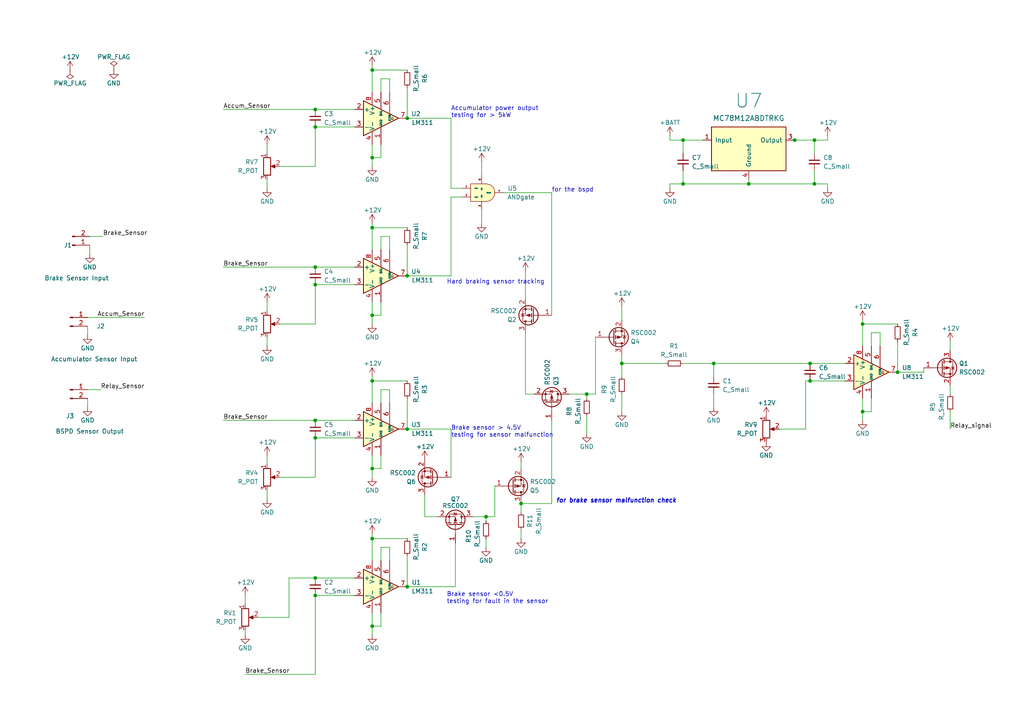
<source format=kicad_sch>
(kicad_sch (version 20211123) (generator eeschema)

  (uuid e63e39d7-6ac0-4ffd-8aa3-1841a4541b55)

  (paper "A4")

  (lib_symbols
    (symbol "bspd-cache:bspdlibrary_ANDgate" (pin_names (offset 1.016)) (in_bom yes) (on_board yes)
      (property "Reference" "U" (id 0) (at -3.81 4.445 0)
        (effects (font (size 1.27 1.27)))
      )
      (property "Value" "bspdlibrary_ANDgate" (id 1) (at 4.445 -3.81 0)
        (effects (font (size 1.27 1.27)))
      )
      (property "Footprint" "" (id 2) (at -1.905 0 0)
        (effects (font (size 1.27 1.27)) hide)
      )
      (property "Datasheet" "" (id 3) (at -1.905 0 0)
        (effects (font (size 1.27 1.27)) hide)
      )
      (symbol "bspdlibrary_ANDgate_0_1"
        (polyline
          (pts
            (xy 1.27 2.54)
            (xy -3.175 2.54)
            (xy -3.175 -2.54)
            (xy 1.27 -2.54)
          )
          (stroke (width 0) (type default) (color 0 0 0 0))
          (fill (type background))
        )
        (arc (start 1.27 -2.54) (mid 3.81 0) (end 1.27 2.54)
          (stroke (width 0) (type default) (color 0 0 0 0))
          (fill (type background))
        )
      )
      (symbol "bspdlibrary_ANDgate_1_1"
        (pin input line (at -5.715 1.27 0) (length 2.54)
          (name "Input" (effects (font (size 0.254 0.254))))
          (number "1" (effects (font (size 0.508 0.508))))
        )
        (pin input line (at -5.715 -1.27 0) (length 2.54)
          (name "Input" (effects (font (size 0.254 0.254))))
          (number "2" (effects (font (size 0.508 0.508))))
        )
        (pin power_in line (at 0 -5.08 90) (length 2.54)
          (name "GND" (effects (font (size 0.254 0.254))))
          (number "3" (effects (font (size 0.508 0.508))))
        )
        (pin output line (at 6.35 0 180) (length 2.54)
          (name "Output" (effects (font (size 0.254 0.254))))
          (number "4" (effects (font (size 0.508 0.508))))
        )
        (pin power_in line (at 0 5.08 270) (length 2.54)
          (name "VCC" (effects (font (size 0.254 0.254))))
          (number "5" (effects (font (size 0.508 0.508))))
        )
      )
    )
    (symbol "bspd-cache:bspdlibrary_C_Small" (pin_numbers hide) (pin_names (offset 0.254) hide) (in_bom yes) (on_board yes)
      (property "Reference" "C" (id 0) (at 0.254 1.778 0)
        (effects (font (size 1.27 1.27)) (justify left))
      )
      (property "Value" "bspdlibrary_C_Small" (id 1) (at 0.254 -2.032 0)
        (effects (font (size 1.27 1.27)) (justify left))
      )
      (property "Footprint" "" (id 2) (at 0 0 0)
        (effects (font (size 1.27 1.27)) hide)
      )
      (property "Datasheet" "" (id 3) (at 0 0 0)
        (effects (font (size 1.27 1.27)) hide)
      )
      (property "ki_fp_filters" "C_*" (id 4) (at 0 0 0)
        (effects (font (size 1.27 1.27)) hide)
      )
      (symbol "bspdlibrary_C_Small_0_1"
        (polyline
          (pts
            (xy -1.524 -0.508)
            (xy 1.524 -0.508)
          )
          (stroke (width 0.3302) (type default) (color 0 0 0 0))
          (fill (type none))
        )
        (polyline
          (pts
            (xy -1.524 0.508)
            (xy 1.524 0.508)
          )
          (stroke (width 0.3048) (type default) (color 0 0 0 0))
          (fill (type none))
        )
      )
      (symbol "bspdlibrary_C_Small_1_1"
        (pin passive line (at 0 2.54 270) (length 2.032)
          (name "~" (effects (font (size 1.27 1.27))))
          (number "1" (effects (font (size 1.27 1.27))))
        )
        (pin passive line (at 0 -2.54 90) (length 2.032)
          (name "~" (effects (font (size 1.27 1.27))))
          (number "2" (effects (font (size 1.27 1.27))))
        )
      )
    )
    (symbol "bspd-cache:bspdlibrary_Conn_01x02_Male" (pin_names (offset 1.016) hide) (in_bom yes) (on_board yes)
      (property "Reference" "J" (id 0) (at 0 2.54 0)
        (effects (font (size 1.27 1.27)))
      )
      (property "Value" "bspdlibrary_Conn_01x02_Male" (id 1) (at 0 -5.08 0)
        (effects (font (size 1.27 1.27)))
      )
      (property "Footprint" "" (id 2) (at 0 0 0)
        (effects (font (size 1.27 1.27)) hide)
      )
      (property "Datasheet" "" (id 3) (at 0 0 0)
        (effects (font (size 1.27 1.27)) hide)
      )
      (property "ki_fp_filters" "Connector*:*_1x??_*" (id 4) (at 0 0 0)
        (effects (font (size 1.27 1.27)) hide)
      )
      (symbol "bspdlibrary_Conn_01x02_Male_1_1"
        (polyline
          (pts
            (xy 1.27 -2.54)
            (xy 0.8636 -2.54)
          )
          (stroke (width 0.1524) (type default) (color 0 0 0 0))
          (fill (type none))
        )
        (polyline
          (pts
            (xy 1.27 0)
            (xy 0.8636 0)
          )
          (stroke (width 0.1524) (type default) (color 0 0 0 0))
          (fill (type none))
        )
        (rectangle (start 0.8636 -2.413) (end 0 -2.667)
          (stroke (width 0.1524) (type default) (color 0 0 0 0))
          (fill (type outline))
        )
        (rectangle (start 0.8636 0.127) (end 0 -0.127)
          (stroke (width 0.1524) (type default) (color 0 0 0 0))
          (fill (type outline))
        )
        (pin passive line (at 5.08 0 180) (length 3.81)
          (name "Pin_1" (effects (font (size 1.27 1.27))))
          (number "1" (effects (font (size 1.27 1.27))))
        )
        (pin passive line (at 5.08 -2.54 180) (length 3.81)
          (name "Pin_2" (effects (font (size 1.27 1.27))))
          (number "2" (effects (font (size 1.27 1.27))))
        )
      )
    )
    (symbol "bspd-cache:bspdlibrary_LM311" (pin_names (offset 0.127)) (in_bom yes) (on_board yes)
      (property "Reference" "U" (id 0) (at 3.81 6.35 0)
        (effects (font (size 1.27 1.27)) (justify left))
      )
      (property "Value" "bspdlibrary_LM311" (id 1) (at 3.81 3.81 0)
        (effects (font (size 1.27 1.27)) (justify left))
      )
      (property "Footprint" "" (id 2) (at 0 0 0)
        (effects (font (size 1.27 1.27)) hide)
      )
      (property "Datasheet" "" (id 3) (at 0 0 0)
        (effects (font (size 1.27 1.27)) hide)
      )
      (property "ki_fp_filters" "SOIC*3.9x4.9mm*P1.27mm* DIP*W7.62mm*" (id 4) (at 0 0 0)
        (effects (font (size 1.27 1.27)) hide)
      )
      (symbol "bspdlibrary_LM311_0_1"
        (polyline
          (pts
            (xy 5.08 0)
            (xy -5.08 5.08)
            (xy -5.08 -5.08)
            (xy 5.08 0)
          )
          (stroke (width 0.254) (type default) (color 0 0 0 0))
          (fill (type background))
        )
        (polyline
          (pts
            (xy 3.683 -0.381)
            (xy 3.302 -0.381)
            (xy 3.683 0)
            (xy 3.302 0.381)
            (xy 2.921 0)
            (xy 3.302 -0.381)
            (xy 2.921 -0.381)
          )
          (stroke (width 0.127) (type default) (color 0 0 0 0))
          (fill (type none))
        )
      )
      (symbol "bspdlibrary_LM311_1_1"
        (pin passive line (at 0 -7.62 90) (length 5.08)
          (name "GND" (effects (font (size 0.635 0.635))))
          (number "1" (effects (font (size 1.27 1.27))))
        )
        (pin input line (at -7.62 2.54 0) (length 2.54)
          (name "+" (effects (font (size 1.27 1.27))))
          (number "2" (effects (font (size 1.27 1.27))))
        )
        (pin input line (at -7.62 -2.54 0) (length 2.54)
          (name "-" (effects (font (size 1.27 1.27))))
          (number "3" (effects (font (size 1.27 1.27))))
        )
        (pin power_in line (at -2.54 -7.62 90) (length 3.81)
          (name "V-" (effects (font (size 1.27 1.27))))
          (number "4" (effects (font (size 1.27 1.27))))
        )
        (pin input line (at 0 7.62 270) (length 5.08)
          (name "BAL" (effects (font (size 0.635 0.635))))
          (number "5" (effects (font (size 1.27 1.27))))
        )
        (pin input line (at 2.54 7.62 270) (length 6.35)
          (name "STRB" (effects (font (size 0.508 0.508))))
          (number "6" (effects (font (size 1.27 1.27))))
        )
        (pin open_collector line (at 7.62 0 180) (length 2.54)
          (name "~" (effects (font (size 1.27 1.27))))
          (number "7" (effects (font (size 1.27 1.27))))
        )
        (pin power_in line (at -2.54 7.62 270) (length 3.81)
          (name "V+" (effects (font (size 1.27 1.27))))
          (number "8" (effects (font (size 1.27 1.27))))
        )
      )
    )
    (symbol "bspd-cache:bspdlibrary_MC78M12ABDTRKG" (pin_names (offset 1.016)) (in_bom yes) (on_board yes)
      (property "Reference" "U" (id 0) (at 0 17.78 0)
        (effects (font (size 3.9878 3.9878)))
      )
      (property "Value" "bspdlibrary_MC78M12ABDTRKG" (id 1) (at 1.905 -13.97 0)
        (effects (font (size 3.9878 3.9878)))
      )
      (property "Footprint" "" (id 2) (at 0 7.62 0)
        (effects (font (size 3.9878 3.9878)) hide)
      )
      (property "Datasheet" "" (id 3) (at 0 7.62 0)
        (effects (font (size 3.9878 3.9878)) hide)
      )
      (symbol "bspdlibrary_MC78M12ABDTRKG_0_1"
        (rectangle (start -10.795 15.24) (end 10.795 2.54)
          (stroke (width 0.254) (type default) (color 0 0 0 0))
          (fill (type background))
        )
      )
      (symbol "bspdlibrary_MC78M12ABDTRKG_1_1"
        (pin input line (at -13.335 11.43 0) (length 2.54)
          (name "Input" (effects (font (size 1.27 1.27))))
          (number "1" (effects (font (size 1.27 1.27))))
        )
        (pin output line (at 13.335 11.43 180) (length 2.54)
          (name "Output" (effects (font (size 1.27 1.27))))
          (number "3" (effects (font (size 1.27 1.27))))
        )
        (pin passive line (at 0 0 90) (length 2.54)
          (name "Ground" (effects (font (size 1.27 1.27))))
          (number "4" (effects (font (size 1.27 1.27))))
        )
      )
    )
    (symbol "bspd-cache:bspdlibrary_Q_PMOS_GSD" (pin_names (offset 0) hide) (in_bom yes) (on_board yes)
      (property "Reference" "Q" (id 0) (at 5.08 1.27 0)
        (effects (font (size 1.27 1.27)) (justify left))
      )
      (property "Value" "bspdlibrary_Q_PMOS_GSD" (id 1) (at 5.08 -1.27 0)
        (effects (font (size 1.27 1.27)) (justify left))
      )
      (property "Footprint" "" (id 2) (at 5.08 2.54 0)
        (effects (font (size 1.27 1.27)) hide)
      )
      (property "Datasheet" "" (id 3) (at 0 0 0)
        (effects (font (size 1.27 1.27)) hide)
      )
      (symbol "bspdlibrary_Q_PMOS_GSD_0_1"
        (polyline
          (pts
            (xy 0.254 0)
            (xy -2.54 0)
          )
          (stroke (width 0) (type default) (color 0 0 0 0))
          (fill (type none))
        )
        (polyline
          (pts
            (xy 0.254 1.905)
            (xy 0.254 -1.905)
          )
          (stroke (width 0.254) (type default) (color 0 0 0 0))
          (fill (type none))
        )
        (polyline
          (pts
            (xy 0.762 -1.27)
            (xy 0.762 -2.286)
          )
          (stroke (width 0.254) (type default) (color 0 0 0 0))
          (fill (type none))
        )
        (polyline
          (pts
            (xy 0.762 0.508)
            (xy 0.762 -0.508)
          )
          (stroke (width 0.254) (type default) (color 0 0 0 0))
          (fill (type none))
        )
        (polyline
          (pts
            (xy 0.762 2.286)
            (xy 0.762 1.27)
          )
          (stroke (width 0.254) (type default) (color 0 0 0 0))
          (fill (type none))
        )
        (polyline
          (pts
            (xy 2.54 2.54)
            (xy 2.54 1.778)
          )
          (stroke (width 0) (type default) (color 0 0 0 0))
          (fill (type none))
        )
        (polyline
          (pts
            (xy 2.54 -2.54)
            (xy 2.54 0)
            (xy 0.762 0)
          )
          (stroke (width 0) (type default) (color 0 0 0 0))
          (fill (type none))
        )
        (polyline
          (pts
            (xy 0.762 1.778)
            (xy 3.302 1.778)
            (xy 3.302 -1.778)
            (xy 0.762 -1.778)
          )
          (stroke (width 0) (type default) (color 0 0 0 0))
          (fill (type none))
        )
        (polyline
          (pts
            (xy 2.286 0)
            (xy 1.27 0.381)
            (xy 1.27 -0.381)
            (xy 2.286 0)
          )
          (stroke (width 0) (type default) (color 0 0 0 0))
          (fill (type outline))
        )
        (polyline
          (pts
            (xy 2.794 -0.508)
            (xy 2.921 -0.381)
            (xy 3.683 -0.381)
            (xy 3.81 -0.254)
          )
          (stroke (width 0) (type default) (color 0 0 0 0))
          (fill (type none))
        )
        (polyline
          (pts
            (xy 3.302 -0.381)
            (xy 2.921 0.254)
            (xy 3.683 0.254)
            (xy 3.302 -0.381)
          )
          (stroke (width 0) (type default) (color 0 0 0 0))
          (fill (type none))
        )
        (circle (center 1.651 0) (radius 2.794)
          (stroke (width 0.254) (type default) (color 0 0 0 0))
          (fill (type none))
        )
        (circle (center 2.54 -1.778) (radius 0.254)
          (stroke (width 0) (type default) (color 0 0 0 0))
          (fill (type outline))
        )
        (circle (center 2.54 1.778) (radius 0.254)
          (stroke (width 0) (type default) (color 0 0 0 0))
          (fill (type outline))
        )
      )
      (symbol "bspdlibrary_Q_PMOS_GSD_1_1"
        (pin input line (at -5.08 0 0) (length 2.54)
          (name "G" (effects (font (size 1.27 1.27))))
          (number "1" (effects (font (size 1.27 1.27))))
        )
        (pin passive line (at 2.54 -5.08 90) (length 2.54)
          (name "S" (effects (font (size 1.27 1.27))))
          (number "2" (effects (font (size 1.27 1.27))))
        )
        (pin passive line (at 2.54 5.08 270) (length 2.54)
          (name "D" (effects (font (size 1.27 1.27))))
          (number "3" (effects (font (size 1.27 1.27))))
        )
      )
    )
    (symbol "bspd-cache:bspdlibrary_R_POT" (pin_names (offset 1.016) hide) (in_bom yes) (on_board yes)
      (property "Reference" "RV" (id 0) (at -4.445 0 90)
        (effects (font (size 1.27 1.27)))
      )
      (property "Value" "bspdlibrary_R_POT" (id 1) (at -2.54 0 90)
        (effects (font (size 1.27 1.27)))
      )
      (property "Footprint" "" (id 2) (at 0 0 0)
        (effects (font (size 1.27 1.27)) hide)
      )
      (property "Datasheet" "" (id 3) (at 0 0 0)
        (effects (font (size 1.27 1.27)) hide)
      )
      (property "ki_fp_filters" "Potentiometer*" (id 4) (at 0 0 0)
        (effects (font (size 1.27 1.27)) hide)
      )
      (symbol "bspdlibrary_R_POT_0_1"
        (polyline
          (pts
            (xy 2.54 0)
            (xy 1.524 0)
          )
          (stroke (width 0) (type default) (color 0 0 0 0))
          (fill (type none))
        )
        (polyline
          (pts
            (xy 1.143 0)
            (xy 2.286 0.508)
            (xy 2.286 -0.508)
            (xy 1.143 0)
          )
          (stroke (width 0) (type default) (color 0 0 0 0))
          (fill (type outline))
        )
        (rectangle (start 1.016 2.54) (end -1.016 -2.54)
          (stroke (width 0.254) (type default) (color 0 0 0 0))
          (fill (type none))
        )
      )
      (symbol "bspdlibrary_R_POT_1_1"
        (pin passive line (at 0 3.81 270) (length 1.27)
          (name "1" (effects (font (size 1.27 1.27))))
          (number "1" (effects (font (size 1.27 1.27))))
        )
        (pin passive line (at 3.81 0 180) (length 1.27)
          (name "2" (effects (font (size 1.27 1.27))))
          (number "2" (effects (font (size 1.27 1.27))))
        )
        (pin passive line (at 0 -3.81 90) (length 1.27)
          (name "3" (effects (font (size 1.27 1.27))))
          (number "3" (effects (font (size 1.27 1.27))))
        )
      )
    )
    (symbol "bspd-cache:bspdlibrary_R_Small" (pin_numbers hide) (pin_names (offset 0.254) hide) (in_bom yes) (on_board yes)
      (property "Reference" "R" (id 0) (at 0.762 0.508 0)
        (effects (font (size 1.27 1.27)) (justify left))
      )
      (property "Value" "bspdlibrary_R_Small" (id 1) (at 0.762 -1.016 0)
        (effects (font (size 1.27 1.27)) (justify left))
      )
      (property "Footprint" "" (id 2) (at 0 0 0)
        (effects (font (size 1.27 1.27)) hide)
      )
      (property "Datasheet" "" (id 3) (at 0 0 0)
        (effects (font (size 1.27 1.27)) hide)
      )
      (property "ki_fp_filters" "R_*" (id 4) (at 0 0 0)
        (effects (font (size 1.27 1.27)) hide)
      )
      (symbol "bspdlibrary_R_Small_0_1"
        (rectangle (start -0.762 1.778) (end 0.762 -1.778)
          (stroke (width 0.2032) (type default) (color 0 0 0 0))
          (fill (type none))
        )
      )
      (symbol "bspdlibrary_R_Small_1_1"
        (pin passive line (at 0 2.54 270) (length 0.762)
          (name "~" (effects (font (size 1.27 1.27))))
          (number "1" (effects (font (size 1.27 1.27))))
        )
        (pin passive line (at 0 -2.54 90) (length 0.762)
          (name "~" (effects (font (size 1.27 1.27))))
          (number "2" (effects (font (size 1.27 1.27))))
        )
      )
    )
    (symbol "bspd-cache:power_+12V" (power) (pin_names (offset 0)) (in_bom yes) (on_board yes)
      (property "Reference" "#PWR" (id 0) (at 0 -3.81 0)
        (effects (font (size 1.27 1.27)) hide)
      )
      (property "Value" "power_+12V" (id 1) (at 0 3.556 0)
        (effects (font (size 1.27 1.27)))
      )
      (property "Footprint" "" (id 2) (at 0 0 0)
        (effects (font (size 1.27 1.27)) hide)
      )
      (property "Datasheet" "" (id 3) (at 0 0 0)
        (effects (font (size 1.27 1.27)) hide)
      )
      (symbol "power_+12V_0_1"
        (polyline
          (pts
            (xy -0.762 1.27)
            (xy 0 2.54)
          )
          (stroke (width 0) (type default) (color 0 0 0 0))
          (fill (type none))
        )
        (polyline
          (pts
            (xy 0 0)
            (xy 0 2.54)
          )
          (stroke (width 0) (type default) (color 0 0 0 0))
          (fill (type none))
        )
        (polyline
          (pts
            (xy 0 2.54)
            (xy 0.762 1.27)
          )
          (stroke (width 0) (type default) (color 0 0 0 0))
          (fill (type none))
        )
      )
      (symbol "power_+12V_1_1"
        (pin power_in line (at 0 0 90) (length 0) hide
          (name "+12V" (effects (font (size 1.27 1.27))))
          (number "1" (effects (font (size 1.27 1.27))))
        )
      )
    )
    (symbol "bspd-cache:power_+BATT" (power) (pin_names (offset 0)) (in_bom yes) (on_board yes)
      (property "Reference" "#PWR" (id 0) (at 0 -3.81 0)
        (effects (font (size 1.27 1.27)) hide)
      )
      (property "Value" "power_+BATT" (id 1) (at 0 3.556 0)
        (effects (font (size 1.27 1.27)))
      )
      (property "Footprint" "" (id 2) (at 0 0 0)
        (effects (font (size 1.27 1.27)) hide)
      )
      (property "Datasheet" "" (id 3) (at 0 0 0)
        (effects (font (size 1.27 1.27)) hide)
      )
      (symbol "power_+BATT_0_1"
        (polyline
          (pts
            (xy -0.762 1.27)
            (xy 0 2.54)
          )
          (stroke (width 0) (type default) (color 0 0 0 0))
          (fill (type none))
        )
        (polyline
          (pts
            (xy 0 0)
            (xy 0 2.54)
          )
          (stroke (width 0) (type default) (color 0 0 0 0))
          (fill (type none))
        )
        (polyline
          (pts
            (xy 0 2.54)
            (xy 0.762 1.27)
          )
          (stroke (width 0) (type default) (color 0 0 0 0))
          (fill (type none))
        )
      )
      (symbol "power_+BATT_1_1"
        (pin power_in line (at 0 0 90) (length 0) hide
          (name "+BATT" (effects (font (size 1.27 1.27))))
          (number "1" (effects (font (size 1.27 1.27))))
        )
      )
    )
    (symbol "bspd-cache:power_GND" (power) (pin_names (offset 0)) (in_bom yes) (on_board yes)
      (property "Reference" "#PWR" (id 0) (at 0 -6.35 0)
        (effects (font (size 1.27 1.27)) hide)
      )
      (property "Value" "power_GND" (id 1) (at 0 -3.81 0)
        (effects (font (size 1.27 1.27)))
      )
      (property "Footprint" "" (id 2) (at 0 0 0)
        (effects (font (size 1.27 1.27)) hide)
      )
      (property "Datasheet" "" (id 3) (at 0 0 0)
        (effects (font (size 1.27 1.27)) hide)
      )
      (symbol "power_GND_0_1"
        (polyline
          (pts
            (xy 0 0)
            (xy 0 -1.27)
            (xy 1.27 -1.27)
            (xy 0 -2.54)
            (xy -1.27 -1.27)
            (xy 0 -1.27)
          )
          (stroke (width 0) (type default) (color 0 0 0 0))
          (fill (type none))
        )
      )
      (symbol "power_GND_1_1"
        (pin power_in line (at 0 0 270) (length 0) hide
          (name "GND" (effects (font (size 1.27 1.27))))
          (number "1" (effects (font (size 1.27 1.27))))
        )
      )
    )
    (symbol "bspd-cache:power_PWR_FLAG" (power) (pin_numbers hide) (pin_names (offset 0) hide) (in_bom yes) (on_board yes)
      (property "Reference" "#FLG" (id 0) (at 0 1.905 0)
        (effects (font (size 1.27 1.27)) hide)
      )
      (property "Value" "power_PWR_FLAG" (id 1) (at 0 3.81 0)
        (effects (font (size 1.27 1.27)))
      )
      (property "Footprint" "" (id 2) (at 0 0 0)
        (effects (font (size 1.27 1.27)) hide)
      )
      (property "Datasheet" "" (id 3) (at 0 0 0)
        (effects (font (size 1.27 1.27)) hide)
      )
      (symbol "power_PWR_FLAG_0_0"
        (pin power_out line (at 0 0 90) (length 0)
          (name "pwr" (effects (font (size 1.27 1.27))))
          (number "1" (effects (font (size 1.27 1.27))))
        )
      )
      (symbol "power_PWR_FLAG_0_1"
        (polyline
          (pts
            (xy 0 0)
            (xy 0 1.27)
            (xy -1.016 1.905)
            (xy 0 2.54)
            (xy 1.016 1.905)
            (xy 0 1.27)
          )
          (stroke (width 0) (type default) (color 0 0 0 0))
          (fill (type none))
        )
      )
    )
  )

  (junction (at 91.44 31.75) (diameter 0) (color 0 0 0 0)
    (uuid 05dbecee-dd85-42ee-b4da-d6452bd03a84)
  )
  (junction (at 107.95 156.21) (diameter 0) (color 0 0 0 0)
    (uuid 0fefcdfe-d312-4226-b211-b58f2106d53d)
  )
  (junction (at 91.44 77.47) (diameter 0) (color 0 0 0 0)
    (uuid 135a4fe7-bcc9-411b-8684-35af1471f3d5)
  )
  (junction (at 118.11 124.46) (diameter 0) (color 0 0 0 0)
    (uuid 178545d4-70c4-4db0-afad-f4fe9ccb8ff4)
  )
  (junction (at 236.22 40.64) (diameter 0) (color 0 0 0 0)
    (uuid 178c9dd5-816d-4aac-b671-7dd1f089c1d9)
  )
  (junction (at 198.12 40.64) (diameter 0) (color 0 0 0 0)
    (uuid 18a3b545-2713-408c-84f5-670be642fa06)
  )
  (junction (at 107.95 91.44) (diameter 0) (color 0 0 0 0)
    (uuid 1be82dca-d67f-4fb4-99c4-3ef99e3d4c9e)
  )
  (junction (at 170.18 114.3) (diameter 0) (color 0 0 0 0)
    (uuid 212d863c-d6a7-411e-bebb-584f91d85495)
  )
  (junction (at 91.44 167.64) (diameter 0) (color 0 0 0 0)
    (uuid 21f3c400-4561-4ee8-9295-e6cd5614e938)
  )
  (junction (at 236.22 53.34) (diameter 0) (color 0 0 0 0)
    (uuid 2232602e-ea6f-41f0-821a-0b968a67405c)
  )
  (junction (at 107.95 110.49) (diameter 0) (color 0 0 0 0)
    (uuid 2e207cde-dbf8-4c7e-98c9-8cdd4cac2a35)
  )
  (junction (at 91.44 36.83) (diameter 0) (color 0 0 0 0)
    (uuid 31971492-307c-4e7d-a841-6d183aee1fb7)
  )
  (junction (at 234.95 110.49) (diameter 0) (color 0 0 0 0)
    (uuid 32bdccb2-b6c4-48e4-9bf6-051752d4da80)
  )
  (junction (at 107.95 135.89) (diameter 0) (color 0 0 0 0)
    (uuid 378b7d0c-b9de-4429-9274-e13422525dc0)
  )
  (junction (at 107.95 181.61) (diameter 0) (color 0 0 0 0)
    (uuid 619127a5-fb3a-4f4f-83f4-9010e2548958)
  )
  (junction (at 234.95 105.41) (diameter 0) (color 0 0 0 0)
    (uuid 6271a5ea-72ce-4d0a-a62a-132285b8b321)
  )
  (junction (at 91.44 172.72) (diameter 0) (color 0 0 0 0)
    (uuid 6c4e26d4-7157-4967-99b3-81df68021684)
  )
  (junction (at 217.17 53.34) (diameter 0) (color 0 0 0 0)
    (uuid 70be5ea2-553a-44e3-a983-6fa7cbb9d638)
  )
  (junction (at 250.19 119.38) (diameter 0) (color 0 0 0 0)
    (uuid 756f2565-3f50-4099-bfe3-9ea6887f5b45)
  )
  (junction (at 230.505 40.64) (diameter 0) (color 0 0 0 0)
    (uuid 787c4e30-2f9b-45f6-ad90-29f02a92538f)
  )
  (junction (at 107.95 66.04) (diameter 0) (color 0 0 0 0)
    (uuid 7f502770-176f-4af2-b419-121aefbe9265)
  )
  (junction (at 107.95 45.72) (diameter 0) (color 0 0 0 0)
    (uuid 87e00a5f-57a8-4a6e-a15b-e28e463755a9)
  )
  (junction (at 91.44 82.55) (diameter 0) (color 0 0 0 0)
    (uuid 8afe992a-f0b2-4a9d-91ba-5e5fc4d60be1)
  )
  (junction (at 107.95 20.32) (diameter 0) (color 0 0 0 0)
    (uuid 96b7e18f-fc5d-4953-930b-805007ec6526)
  )
  (junction (at 118.11 80.01) (diameter 0) (color 0 0 0 0)
    (uuid 9fb63320-429c-4842-b361-9245608e6b05)
  )
  (junction (at 260.35 107.95) (diameter 0) (color 0 0 0 0)
    (uuid aec19ec3-52b7-4fcb-b590-21e150cb90e1)
  )
  (junction (at 91.44 121.92) (diameter 0) (color 0 0 0 0)
    (uuid b570b6bb-5259-4f80-9666-16bf79298898)
  )
  (junction (at 180.34 105.41) (diameter 0) (color 0 0 0 0)
    (uuid b58b14d6-d086-458b-a142-c2958bb9564a)
  )
  (junction (at 140.97 149.86) (diameter 0) (color 0 0 0 0)
    (uuid b8ff86a3-1fe7-4979-9075-4b2504bc6452)
  )
  (junction (at 151.13 146.05) (diameter 0) (color 0 0 0 0)
    (uuid b97df9ea-b679-4ea9-9225-3a020aac603b)
  )
  (junction (at 118.11 34.29) (diameter 0) (color 0 0 0 0)
    (uuid c55fc892-2b46-4f97-b4b0-424424994896)
  )
  (junction (at 91.44 127) (diameter 0) (color 0 0 0 0)
    (uuid cc00734b-6bde-4e3a-8956-e8efee8efd36)
  )
  (junction (at 118.11 170.18) (diameter 0) (color 0 0 0 0)
    (uuid cce662cf-6f5b-40d4-a9c5-1d190014dcfc)
  )
  (junction (at 207.01 105.41) (diameter 0) (color 0 0 0 0)
    (uuid de155bdd-7985-4227-8417-f44499e66513)
  )
  (junction (at 198.12 53.34) (diameter 0) (color 0 0 0 0)
    (uuid e0ea0fbd-c4a8-40f3-a3c0-526c321b2d42)
  )
  (junction (at 250.19 93.98) (diameter 0) (color 0 0 0 0)
    (uuid f55a2f86-1067-4a9f-967e-36f09dcaff18)
  )

  (wire (pts (xy 91.44 172.72) (xy 102.87 172.72))
    (stroke (width 0) (type default) (color 0 0 0 0))
    (uuid 005caf9a-00f0-4d58-ac08-a215e6331b5d)
  )
  (wire (pts (xy 267.97 106.68) (xy 267.97 107.95))
    (stroke (width 0) (type default) (color 0 0 0 0))
    (uuid 0077c5af-0a56-4c74-9e1a-af46407bfba1)
  )
  (wire (pts (xy 107.95 87.63) (xy 107.95 91.44))
    (stroke (width 0) (type default) (color 0 0 0 0))
    (uuid 0384e0f1-0df9-4457-916b-5a2ea240331b)
  )
  (wire (pts (xy 107.95 156.21) (xy 107.95 162.56))
    (stroke (width 0) (type default) (color 0 0 0 0))
    (uuid 03b68f94-ba5a-4d2d-a90b-ec69d5cf7388)
  )
  (wire (pts (xy 118.11 161.29) (xy 118.11 170.18))
    (stroke (width 0) (type default) (color 0 0 0 0))
    (uuid 06a8f0fa-194e-488e-8352-69ef25a629f4)
  )
  (wire (pts (xy 123.19 143.51) (xy 123.19 149.86))
    (stroke (width 0) (type default) (color 0 0 0 0))
    (uuid 07a6ebeb-5f8d-4d70-80a9-0106f1e16315)
  )
  (wire (pts (xy 107.95 110.49) (xy 107.95 116.84))
    (stroke (width 0) (type default) (color 0 0 0 0))
    (uuid 088eaa0c-01d1-46e5-8b8d-2565e25cd59d)
  )
  (wire (pts (xy 81.28 93.98) (xy 91.44 93.98))
    (stroke (width 0) (type default) (color 0 0 0 0))
    (uuid 08fc05bb-9bb0-4e8e-8482-1a218d85bb06)
  )
  (wire (pts (xy 152.4 114.3) (xy 154.94 114.3))
    (stroke (width 0) (type default) (color 0 0 0 0))
    (uuid 0983a8e4-d327-48f8-9df6-d53673fe09a2)
  )
  (wire (pts (xy 240.03 53.34) (xy 240.03 54.61))
    (stroke (width 0) (type default) (color 0 0 0 0))
    (uuid 0a2e4952-5ca4-4ad1-8496-0c0c636558eb)
  )
  (wire (pts (xy 226.06 124.46) (xy 233.68 124.46))
    (stroke (width 0) (type default) (color 0 0 0 0))
    (uuid 0a714a41-6bc9-4e86-bfc3-8a14cefe9e97)
  )
  (wire (pts (xy 130.81 124.46) (xy 118.11 124.46))
    (stroke (width 0) (type default) (color 0 0 0 0))
    (uuid 0b0fe719-02a5-4bdc-96ce-e2e4ce0adf78)
  )
  (wire (pts (xy 260.35 107.95) (xy 267.97 107.95))
    (stroke (width 0) (type default) (color 0 0 0 0))
    (uuid 0b1314e9-88e5-4329-9801-9389b3352963)
  )
  (wire (pts (xy 83.82 179.07) (xy 83.82 167.64))
    (stroke (width 0) (type default) (color 0 0 0 0))
    (uuid 0b551f99-36a7-4acc-9add-4f00b6e53e9a)
  )
  (wire (pts (xy 160.02 121.92) (xy 160.02 146.05))
    (stroke (width 0) (type default) (color 0 0 0 0))
    (uuid 0f438ca3-64ee-42a4-ac03-e250d39c13cc)
  )
  (wire (pts (xy 107.95 135.89) (xy 107.95 138.43))
    (stroke (width 0) (type default) (color 0 0 0 0))
    (uuid 10b2a5d4-2a46-433a-a46e-e333bffe4d62)
  )
  (wire (pts (xy 170.18 114.3) (xy 170.18 115.57))
    (stroke (width 0) (type default) (color 0 0 0 0))
    (uuid 11059341-d09c-48d7-9302-a61864650e9b)
  )
  (wire (pts (xy 250.19 119.38) (xy 250.19 121.92))
    (stroke (width 0) (type default) (color 0 0 0 0))
    (uuid 11623d4a-64e6-441b-a857-a7b9bfa5acf2)
  )
  (wire (pts (xy 250.19 119.38) (xy 252.73 119.38))
    (stroke (width 0) (type default) (color 0 0 0 0))
    (uuid 125ce452-7045-4054-90f4-b75a6cca972d)
  )
  (wire (pts (xy 110.49 116.84) (xy 110.49 113.03))
    (stroke (width 0) (type default) (color 0 0 0 0))
    (uuid 16e984cb-3e45-44fc-a89b-1ce04b1c5d14)
  )
  (wire (pts (xy 91.44 93.98) (xy 91.44 82.55))
    (stroke (width 0) (type default) (color 0 0 0 0))
    (uuid 181eda6c-7bf5-4362-bc27-3d3bd429a226)
  )
  (wire (pts (xy 71.12 182.88) (xy 71.12 184.15))
    (stroke (width 0) (type default) (color 0 0 0 0))
    (uuid 1b9ed715-201b-4e3d-9da7-14b0fa59ebb9)
  )
  (wire (pts (xy 107.95 132.08) (xy 107.95 135.89))
    (stroke (width 0) (type default) (color 0 0 0 0))
    (uuid 21502338-bd27-42b7-bfdf-3cd0cfeb8f6d)
  )
  (wire (pts (xy 26.035 68.58) (xy 29.845 68.58))
    (stroke (width 0) (type default) (color 0 0 0 0))
    (uuid 21ef8e32-84eb-4a50-b0f8-4b66b9a0d43b)
  )
  (wire (pts (xy 107.95 181.61) (xy 107.95 184.15))
    (stroke (width 0) (type default) (color 0 0 0 0))
    (uuid 24b72da1-7a60-4538-9da7-57b56392f0e3)
  )
  (wire (pts (xy 77.47 97.79) (xy 77.47 100.33))
    (stroke (width 0) (type default) (color 0 0 0 0))
    (uuid 277b7ab0-8536-4661-be98-1a865999746f)
  )
  (wire (pts (xy 180.34 105.41) (xy 180.34 109.22))
    (stroke (width 0) (type default) (color 0 0 0 0))
    (uuid 2858be15-b767-4d47-8f8f-a0f7247ee516)
  )
  (wire (pts (xy 107.95 20.32) (xy 118.11 20.32))
    (stroke (width 0) (type default) (color 0 0 0 0))
    (uuid 2b3c7e6e-02a2-4015-9305-ffc458b89aee)
  )
  (wire (pts (xy 110.49 132.08) (xy 110.49 135.89))
    (stroke (width 0) (type default) (color 0 0 0 0))
    (uuid 2e5c5265-cd1f-481b-b996-65028e73f8a4)
  )
  (wire (pts (xy 236.22 53.34) (xy 240.03 53.34))
    (stroke (width 0) (type default) (color 0 0 0 0))
    (uuid 2ef04f26-2bce-4237-b9c6-40236b4677b0)
  )
  (wire (pts (xy 151.13 133.985) (xy 151.13 135.89))
    (stroke (width 0) (type default) (color 0 0 0 0))
    (uuid 2f199b7d-eb30-4b88-bf5f-47a468b3d088)
  )
  (wire (pts (xy 113.03 158.75) (xy 113.03 162.56))
    (stroke (width 0) (type default) (color 0 0 0 0))
    (uuid 3024e419-9847-446b-a3a9-1983f51c1f1f)
  )
  (wire (pts (xy 25.4 94.615) (xy 25.4 97.155))
    (stroke (width 0) (type default) (color 0 0 0 0))
    (uuid 305ae933-aa03-4420-9ef2-e5a8ec9778fc)
  )
  (wire (pts (xy 64.77 121.92) (xy 91.44 121.92))
    (stroke (width 0) (type default) (color 0 0 0 0))
    (uuid 30de8647-a51a-4f5b-9268-b7a9b378ad10)
  )
  (wire (pts (xy 118.11 115.57) (xy 118.11 124.46))
    (stroke (width 0) (type default) (color 0 0 0 0))
    (uuid 30e118cd-68a9-429b-b83c-8cc7ba23cbd6)
  )
  (wire (pts (xy 234.95 105.41) (xy 245.11 105.41))
    (stroke (width 0) (type default) (color 0 0 0 0))
    (uuid 315424f3-526e-48c9-ace5-c9391ae6b30a)
  )
  (wire (pts (xy 180.34 88.9) (xy 180.34 92.71))
    (stroke (width 0) (type default) (color 0 0 0 0))
    (uuid 31546417-4e8d-474d-af39-12171d508c45)
  )
  (wire (pts (xy 130.81 124.46) (xy 130.81 138.43))
    (stroke (width 0) (type default) (color 0 0 0 0))
    (uuid 3384588a-665d-4331-ba27-16acca20ae84)
  )
  (wire (pts (xy 64.77 31.75) (xy 91.44 31.75))
    (stroke (width 0) (type default) (color 0 0 0 0))
    (uuid 3a4b69cd-74f9-4c0e-81f9-5725bc86bc23)
  )
  (wire (pts (xy 130.81 54.61) (xy 133.985 54.61))
    (stroke (width 0) (type default) (color 0 0 0 0))
    (uuid 3b6eb433-89b1-47c4-bebb-519ac155dd0d)
  )
  (wire (pts (xy 110.49 72.39) (xy 110.49 68.58))
    (stroke (width 0) (type default) (color 0 0 0 0))
    (uuid 3ecda227-4729-490c-8573-8390734a7bc1)
  )
  (wire (pts (xy 151.13 153.67) (xy 151.13 156.21))
    (stroke (width 0) (type default) (color 0 0 0 0))
    (uuid 41148b2a-8c39-491c-8b3d-3e1549b4e72a)
  )
  (wire (pts (xy 107.95 91.44) (xy 107.95 93.98))
    (stroke (width 0) (type default) (color 0 0 0 0))
    (uuid 422dea69-dcbf-4595-81a5-798dc0c4c4ec)
  )
  (wire (pts (xy 194.31 40.64) (xy 198.12 40.64))
    (stroke (width 0) (type default) (color 0 0 0 0))
    (uuid 4298bb50-8e06-4b9e-8674-273556122d14)
  )
  (wire (pts (xy 229.87 40.64) (xy 230.505 40.64))
    (stroke (width 0) (type default) (color 0 0 0 0))
    (uuid 4309dc39-4bfa-4556-a888-dae9647ba948)
  )
  (wire (pts (xy 110.49 22.86) (xy 113.03 22.86))
    (stroke (width 0) (type default) (color 0 0 0 0))
    (uuid 45211feb-9008-4792-aa78-6a465d7617f6)
  )
  (wire (pts (xy 77.47 132.08) (xy 77.47 134.62))
    (stroke (width 0) (type default) (color 0 0 0 0))
    (uuid 4a3edd34-3564-4fd6-a677-24ff49889596)
  )
  (wire (pts (xy 275.59 111.76) (xy 275.59 114.3))
    (stroke (width 0) (type default) (color 0 0 0 0))
    (uuid 4a7a19d7-bc98-48bd-a7a5-c3aebaa9b327)
  )
  (wire (pts (xy 207.01 114.3) (xy 207.01 118.11))
    (stroke (width 0) (type default) (color 0 0 0 0))
    (uuid 4a7ac814-ee1b-4747-a09c-cccd562efea8)
  )
  (wire (pts (xy 91.44 167.64) (xy 102.87 167.64))
    (stroke (width 0) (type default) (color 0 0 0 0))
    (uuid 4ba18f93-9693-4c1c-b381-f35e18aad3b4)
  )
  (wire (pts (xy 107.95 109.22) (xy 107.95 110.49))
    (stroke (width 0) (type default) (color 0 0 0 0))
    (uuid 4ba6853b-db14-4670-9f32-857f03dfd93a)
  )
  (wire (pts (xy 236.22 44.45) (xy 236.22 40.64))
    (stroke (width 0) (type default) (color 0 0 0 0))
    (uuid 4c0c610b-a785-4142-a212-c9713e70f8e0)
  )
  (wire (pts (xy 107.95 20.32) (xy 107.95 26.67))
    (stroke (width 0) (type default) (color 0 0 0 0))
    (uuid 4e063a5b-04cb-46e3-ba1a-ec892db38fe0)
  )
  (wire (pts (xy 110.49 41.91) (xy 110.49 45.72))
    (stroke (width 0) (type default) (color 0 0 0 0))
    (uuid 512fb8e9-6186-43a3-8a19-10f92960c069)
  )
  (wire (pts (xy 113.03 68.58) (xy 113.03 72.39))
    (stroke (width 0) (type default) (color 0 0 0 0))
    (uuid 516fac04-b263-4cce-9c28-dcb28b6c5051)
  )
  (wire (pts (xy 250.19 92.71) (xy 250.19 93.98))
    (stroke (width 0) (type default) (color 0 0 0 0))
    (uuid 579bb7a7-bea8-4e99-a996-1ea86a25880c)
  )
  (wire (pts (xy 180.34 102.87) (xy 180.34 105.41))
    (stroke (width 0) (type default) (color 0 0 0 0))
    (uuid 590cb2b2-2f9e-4306-9730-570901e2622b)
  )
  (wire (pts (xy 25.4 92.075) (xy 41.91 92.075))
    (stroke (width 0) (type default) (color 0 0 0 0))
    (uuid 5a195967-8075-408a-9a80-1a90501a5491)
  )
  (wire (pts (xy 172.72 114.3) (xy 172.72 97.79))
    (stroke (width 0) (type default) (color 0 0 0 0))
    (uuid 5a5e30bd-9b12-42a0-bc4d-dda89d8eac47)
  )
  (wire (pts (xy 107.95 91.44) (xy 110.49 91.44))
    (stroke (width 0) (type default) (color 0 0 0 0))
    (uuid 5a971991-d29c-4f45-848f-fdd304120cab)
  )
  (wire (pts (xy 118.11 25.4) (xy 118.11 34.29))
    (stroke (width 0) (type default) (color 0 0 0 0))
    (uuid 5c3ad302-0ddd-4a69-93f1-46d169c280fd)
  )
  (wire (pts (xy 64.77 77.47) (xy 91.44 77.47))
    (stroke (width 0) (type default) (color 0 0 0 0))
    (uuid 5ca8fcfe-803d-4047-ace2-47531a3083ad)
  )
  (wire (pts (xy 198.12 53.34) (xy 194.31 53.34))
    (stroke (width 0) (type default) (color 0 0 0 0))
    (uuid 5d84e748-ea04-4c04-8c03-a7b67f26f353)
  )
  (wire (pts (xy 91.44 82.55) (xy 102.87 82.55))
    (stroke (width 0) (type default) (color 0 0 0 0))
    (uuid 5e235237-5dcb-4f1b-b461-f722dd4c2769)
  )
  (wire (pts (xy 77.47 87.63) (xy 77.47 90.17))
    (stroke (width 0) (type default) (color 0 0 0 0))
    (uuid 5e63b859-3eb1-4392-b831-7235676b7cb7)
  )
  (wire (pts (xy 217.17 52.07) (xy 217.17 53.34))
    (stroke (width 0) (type default) (color 0 0 0 0))
    (uuid 5e7f1bc2-9397-4f63-9499-bb9f6d1f7b00)
  )
  (wire (pts (xy 252.73 115.57) (xy 252.73 119.38))
    (stroke (width 0) (type default) (color 0 0 0 0))
    (uuid 5fa208f2-ea7d-45c0-a8a4-5d744c8a151e)
  )
  (wire (pts (xy 180.34 114.3) (xy 180.34 119.38))
    (stroke (width 0) (type default) (color 0 0 0 0))
    (uuid 614bb47b-9b0d-42f2-b949-49fb26a02e55)
  )
  (wire (pts (xy 140.97 149.86) (xy 140.97 151.13))
    (stroke (width 0) (type default) (color 0 0 0 0))
    (uuid 62b92159-f573-484b-80b7-3819d9273cb7)
  )
  (wire (pts (xy 29.21 113.03) (xy 25.4 113.03))
    (stroke (width 0) (type default) (color 0 0 0 0))
    (uuid 650ae789-8ca3-4ce8-b8d4-d8bcb297b401)
  )
  (wire (pts (xy 233.68 124.46) (xy 233.68 110.49))
    (stroke (width 0) (type default) (color 0 0 0 0))
    (uuid 65448db6-1693-44a2-b935-0b4693c996fb)
  )
  (wire (pts (xy 107.95 45.72) (xy 107.95 48.26))
    (stroke (width 0) (type default) (color 0 0 0 0))
    (uuid 69beb008-4a8e-4cc2-b1bd-c89409fbebd0)
  )
  (wire (pts (xy 255.27 96.52) (xy 255.27 100.33))
    (stroke (width 0) (type default) (color 0 0 0 0))
    (uuid 6a7d565b-3943-45f1-b775-4bdce7828a75)
  )
  (wire (pts (xy 123.19 149.86) (xy 127 149.86))
    (stroke (width 0) (type default) (color 0 0 0 0))
    (uuid 6da7792c-fb21-458e-a3c1-486e43978809)
  )
  (wire (pts (xy 91.44 127) (xy 102.87 127))
    (stroke (width 0) (type default) (color 0 0 0 0))
    (uuid 70266703-fe91-4e3d-a09f-4d6b0eedaa99)
  )
  (wire (pts (xy 236.22 40.64) (xy 240.03 40.64))
    (stroke (width 0) (type default) (color 0 0 0 0))
    (uuid 712e1fff-23fd-4c73-aef9-6849a0e911df)
  )
  (wire (pts (xy 107.95 66.04) (xy 118.11 66.04))
    (stroke (width 0) (type default) (color 0 0 0 0))
    (uuid 730001cf-fbea-4369-8602-d6ca9e3f68d7)
  )
  (wire (pts (xy 250.19 93.98) (xy 250.19 100.33))
    (stroke (width 0) (type default) (color 0 0 0 0))
    (uuid 738db19f-166e-455b-82a4-d4b0d765f93a)
  )
  (wire (pts (xy 275.59 99.06) (xy 275.59 101.6))
    (stroke (width 0) (type default) (color 0 0 0 0))
    (uuid 73d2068f-af11-490e-a4e7-8369b2166181)
  )
  (wire (pts (xy 151.13 146.05) (xy 151.13 148.59))
    (stroke (width 0) (type default) (color 0 0 0 0))
    (uuid 785633db-73ce-4737-b5f4-34809fe698ad)
  )
  (wire (pts (xy 130.81 54.61) (xy 130.81 34.29))
    (stroke (width 0) (type default) (color 0 0 0 0))
    (uuid 786b4fe0-5a98-48d6-aff3-f4e8fcc2c925)
  )
  (wire (pts (xy 152.4 78.74) (xy 152.4 86.36))
    (stroke (width 0) (type default) (color 0 0 0 0))
    (uuid 79ddcfe3-24bc-4d42-987c-40cdace97fec)
  )
  (wire (pts (xy 107.95 181.61) (xy 110.49 181.61))
    (stroke (width 0) (type default) (color 0 0 0 0))
    (uuid 7b1c2ac2-3cb0-45ba-bff2-01533d9f1744)
  )
  (wire (pts (xy 91.44 138.43) (xy 91.44 127))
    (stroke (width 0) (type default) (color 0 0 0 0))
    (uuid 7cedd576-ae20-496e-bbbd-b57c15b4e033)
  )
  (wire (pts (xy 217.17 53.34) (xy 236.22 53.34))
    (stroke (width 0) (type default) (color 0 0 0 0))
    (uuid 7d2106f6-df58-4696-a065-daa5879575a3)
  )
  (wire (pts (xy 107.95 45.72) (xy 110.49 45.72))
    (stroke (width 0) (type default) (color 0 0 0 0))
    (uuid 81a78306-ae4d-449d-a128-1e33937e22bd)
  )
  (wire (pts (xy 107.95 154.94) (xy 107.95 156.21))
    (stroke (width 0) (type default) (color 0 0 0 0))
    (uuid 834968c2-8336-4ef1-bcd4-f25580a9ece7)
  )
  (wire (pts (xy 110.49 162.56) (xy 110.49 158.75))
    (stroke (width 0) (type default) (color 0 0 0 0))
    (uuid 853195b3-b15e-4b01-8850-c07c3dc6bfae)
  )
  (wire (pts (xy 77.47 41.91) (xy 77.47 44.45))
    (stroke (width 0) (type default) (color 0 0 0 0))
    (uuid 8554f086-f365-4bfb-88df-26a94af58ace)
  )
  (wire (pts (xy 74.93 179.07) (xy 83.82 179.07))
    (stroke (width 0) (type default) (color 0 0 0 0))
    (uuid 85d2e05e-1a40-45b8-abb2-1b997ed1cb5f)
  )
  (wire (pts (xy 160.02 91.44) (xy 160.02 55.88))
    (stroke (width 0) (type default) (color 0 0 0 0))
    (uuid 85f42416-3b45-4324-a4e0-64010f38e6b7)
  )
  (wire (pts (xy 250.19 93.98) (xy 260.35 93.98))
    (stroke (width 0) (type default) (color 0 0 0 0))
    (uuid 8658ef50-32be-4c56-a214-cdb0863bdb9a)
  )
  (wire (pts (xy 107.95 110.49) (xy 118.11 110.49))
    (stroke (width 0) (type default) (color 0 0 0 0))
    (uuid 86e97d12-d7ae-4556-876e-07afc726875f)
  )
  (wire (pts (xy 77.47 142.24) (xy 77.47 144.78))
    (stroke (width 0) (type default) (color 0 0 0 0))
    (uuid 872f39f8-83e1-4139-8811-8af360a9d161)
  )
  (wire (pts (xy 26.035 71.12) (xy 26.035 73.66))
    (stroke (width 0) (type default) (color 0 0 0 0))
    (uuid 8831afeb-f49e-4776-ac46-b79240eadc6e)
  )
  (wire (pts (xy 234.95 110.49) (xy 245.11 110.49))
    (stroke (width 0) (type default) (color 0 0 0 0))
    (uuid 88ee49f3-dbf5-4c54-a8f7-8e2bd4884d3f)
  )
  (wire (pts (xy 207.01 105.41) (xy 207.01 109.22))
    (stroke (width 0) (type default) (color 0 0 0 0))
    (uuid 8c1170f5-f20a-488c-a8c6-ee3b9e4b0eee)
  )
  (wire (pts (xy 198.12 40.64) (xy 198.12 44.45))
    (stroke (width 0) (type default) (color 0 0 0 0))
    (uuid 8c8bafec-5af1-4b14-ba2a-ed03be5edb7a)
  )
  (wire (pts (xy 130.81 80.01) (xy 118.11 80.01))
    (stroke (width 0) (type default) (color 0 0 0 0))
    (uuid 8d7be81a-dd0c-4c2b-bb5e-999b3c2212cc)
  )
  (wire (pts (xy 146.05 55.88) (xy 160.02 55.88))
    (stroke (width 0) (type default) (color 0 0 0 0))
    (uuid 8d8a5d6d-2c05-4c8c-a428-08170f6fdf3f)
  )
  (wire (pts (xy 107.95 66.04) (xy 107.95 72.39))
    (stroke (width 0) (type default) (color 0 0 0 0))
    (uuid 934d0bf7-f450-40ef-9aff-2f87d26c2dbb)
  )
  (wire (pts (xy 91.44 36.83) (xy 102.87 36.83))
    (stroke (width 0) (type default) (color 0 0 0 0))
    (uuid 970da39f-cc83-487e-95a2-402865f07713)
  )
  (wire (pts (xy 91.44 121.92) (xy 102.87 121.92))
    (stroke (width 0) (type default) (color 0 0 0 0))
    (uuid 9a761c39-4e7f-4aa0-b606-f27f07263c0d)
  )
  (wire (pts (xy 107.95 19.05) (xy 107.95 20.32))
    (stroke (width 0) (type default) (color 0 0 0 0))
    (uuid 9bea4708-0570-4bcf-8f80-837fd13a3156)
  )
  (wire (pts (xy 275.59 119.38) (xy 275.59 124.46))
    (stroke (width 0) (type default) (color 0 0 0 0))
    (uuid a004eb8f-5b78-40a9-b0ff-9dd5564f841b)
  )
  (wire (pts (xy 107.95 177.8) (xy 107.95 181.61))
    (stroke (width 0) (type default) (color 0 0 0 0))
    (uuid a24fd2aa-03a6-45b1-b230-1f7ea75caefc)
  )
  (wire (pts (xy 198.12 105.41) (xy 207.01 105.41))
    (stroke (width 0) (type default) (color 0 0 0 0))
    (uuid a4d33711-c09c-4ed5-b3f7-6894abd1c92a)
  )
  (wire (pts (xy 170.18 114.3) (xy 172.72 114.3))
    (stroke (width 0) (type default) (color 0 0 0 0))
    (uuid a643f562-85f8-4084-b714-1d01758ecde2)
  )
  (wire (pts (xy 233.68 110.49) (xy 234.95 110.49))
    (stroke (width 0) (type default) (color 0 0 0 0))
    (uuid a76bf66d-0cae-4efd-b193-e5296cf84b23)
  )
  (wire (pts (xy 83.82 167.64) (xy 91.44 167.64))
    (stroke (width 0) (type default) (color 0 0 0 0))
    (uuid aaaa612a-fd11-4770-b073-ce7f0065be50)
  )
  (wire (pts (xy 118.11 71.12) (xy 118.11 80.01))
    (stroke (width 0) (type default) (color 0 0 0 0))
    (uuid abe6b734-29fd-4bba-9596-210f71b499ee)
  )
  (wire (pts (xy 230.505 40.64) (xy 236.22 40.64))
    (stroke (width 0) (type default) (color 0 0 0 0))
    (uuid ae80acc9-c1f2-457d-a1b7-ad05e0748333)
  )
  (wire (pts (xy 113.03 22.86) (xy 113.03 26.67))
    (stroke (width 0) (type default) (color 0 0 0 0))
    (uuid af3d1342-2842-41f0-bd76-031d1f4440de)
  )
  (wire (pts (xy 152.4 96.52) (xy 152.4 114.3))
    (stroke (width 0) (type default) (color 0 0 0 0))
    (uuid af795624-560f-4fd6-8220-bde101414acf)
  )
  (wire (pts (xy 71.12 195.58) (xy 91.44 195.58))
    (stroke (width 0) (type default) (color 0 0 0 0))
    (uuid b0724ad5-3c4f-4aff-97a8-33d501f43f61)
  )
  (wire (pts (xy 107.95 135.89) (xy 110.49 135.89))
    (stroke (width 0) (type default) (color 0 0 0 0))
    (uuid b25e2177-1a4e-447d-ab72-3bcfa8274ce5)
  )
  (wire (pts (xy 139.7 46.99) (xy 139.7 50.8))
    (stroke (width 0) (type default) (color 0 0 0 0))
    (uuid b5a8ed95-d8f9-420f-be0b-9098a2cb81db)
  )
  (wire (pts (xy 198.12 53.34) (xy 198.12 49.53))
    (stroke (width 0) (type default) (color 0 0 0 0))
    (uuid b64b2119-e263-4438-b18f-b5a8caa4c01e)
  )
  (wire (pts (xy 132.08 157.48) (xy 132.08 170.18))
    (stroke (width 0) (type default) (color 0 0 0 0))
    (uuid b65372a1-3805-4776-af63-f88eb0d4a3f1)
  )
  (wire (pts (xy 143.51 149.86) (xy 143.51 140.97))
    (stroke (width 0) (type default) (color 0 0 0 0))
    (uuid b72e8d3e-511f-49ea-9ef5-fc0567de005a)
  )
  (wire (pts (xy 151.13 146.05) (xy 160.02 146.05))
    (stroke (width 0) (type default) (color 0 0 0 0))
    (uuid b77e1d5f-840e-4bdf-b3d8-15e289b4eb95)
  )
  (wire (pts (xy 110.49 26.67) (xy 110.49 22.86))
    (stroke (width 0) (type default) (color 0 0 0 0))
    (uuid b7bd16ca-ac90-4b36-9b88-67020d7bd6d5)
  )
  (wire (pts (xy 25.4 118.11) (xy 25.4 115.57))
    (stroke (width 0) (type default) (color 0 0 0 0))
    (uuid b842b244-2bab-4ca1-baee-a1b2dd08a257)
  )
  (wire (pts (xy 77.47 52.07) (xy 77.47 54.61))
    (stroke (width 0) (type default) (color 0 0 0 0))
    (uuid b85246af-07eb-4695-ae12-76a9ac2f6b61)
  )
  (wire (pts (xy 140.97 156.21) (xy 140.97 158.75))
    (stroke (width 0) (type default) (color 0 0 0 0))
    (uuid b896695a-5cdf-43ea-b220-c2342fc0ca9d)
  )
  (wire (pts (xy 110.49 177.8) (xy 110.49 181.61))
    (stroke (width 0) (type default) (color 0 0 0 0))
    (uuid b9132a42-ca28-44ef-a64b-dafb70284251)
  )
  (wire (pts (xy 260.35 99.06) (xy 260.35 107.95))
    (stroke (width 0) (type default) (color 0 0 0 0))
    (uuid b9335a68-299f-470f-bb62-dd924903d9d4)
  )
  (wire (pts (xy 81.28 48.26) (xy 91.44 48.26))
    (stroke (width 0) (type default) (color 0 0 0 0))
    (uuid b9c107f3-aa73-43c9-b532-d73d2159f3e9)
  )
  (wire (pts (xy 252.73 100.33) (xy 252.73 96.52))
    (stroke (width 0) (type default) (color 0 0 0 0))
    (uuid c152ef2f-c0c3-4256-999e-8aa50406cba3)
  )
  (wire (pts (xy 91.44 31.75) (xy 102.87 31.75))
    (stroke (width 0) (type default) (color 0 0 0 0))
    (uuid c2414463-2bb2-4c59-9bf1-315f03aae113)
  )
  (wire (pts (xy 107.95 156.21) (xy 118.11 156.21))
    (stroke (width 0) (type default) (color 0 0 0 0))
    (uuid c2790878-8f05-4728-947f-874a3259b9a5)
  )
  (wire (pts (xy 81.28 138.43) (xy 91.44 138.43))
    (stroke (width 0) (type default) (color 0 0 0 0))
    (uuid c42b896b-6936-41e9-9626-30f5169f3ab8)
  )
  (wire (pts (xy 118.11 170.18) (xy 132.08 170.18))
    (stroke (width 0) (type default) (color 0 0 0 0))
    (uuid c4901bf5-572f-486b-86e6-a5f7d90c2d06)
  )
  (wire (pts (xy 110.49 87.63) (xy 110.49 91.44))
    (stroke (width 0) (type default) (color 0 0 0 0))
    (uuid c6a476be-9d8d-473f-96c4-ccdbb483b01c)
  )
  (wire (pts (xy 91.44 195.58) (xy 91.44 172.72))
    (stroke (width 0) (type default) (color 0 0 0 0))
    (uuid c8c6193b-6204-4365-8427-7b270c71201f)
  )
  (wire (pts (xy 252.73 96.52) (xy 255.27 96.52))
    (stroke (width 0) (type default) (color 0 0 0 0))
    (uuid cdf68a61-42e3-460a-9719-388f70876582)
  )
  (wire (pts (xy 170.18 120.65) (xy 170.18 125.73))
    (stroke (width 0) (type default) (color 0 0 0 0))
    (uuid cefb896f-9d13-42aa-a63e-c4c623cd37da)
  )
  (wire (pts (xy 130.81 34.29) (xy 118.11 34.29))
    (stroke (width 0) (type default) (color 0 0 0 0))
    (uuid d297ac17-33e2-463e-9797-83cd516c22dc)
  )
  (wire (pts (xy 71.12 172.72) (xy 71.12 175.26))
    (stroke (width 0) (type default) (color 0 0 0 0))
    (uuid d2a1a137-7fa7-4b73-b283-f9eb9b2e112e)
  )
  (wire (pts (xy 110.49 158.75) (xy 113.03 158.75))
    (stroke (width 0) (type default) (color 0 0 0 0))
    (uuid d2b72fdb-8d00-423c-837c-3f051962e846)
  )
  (wire (pts (xy 130.81 57.15) (xy 130.81 80.01))
    (stroke (width 0) (type default) (color 0 0 0 0))
    (uuid d3e9b1af-059a-4385-a3ed-0df6c2189b2e)
  )
  (wire (pts (xy 107.95 64.77) (xy 107.95 66.04))
    (stroke (width 0) (type default) (color 0 0 0 0))
    (uuid d4ad048f-ba31-47c7-8517-1f166e0b48c0)
  )
  (wire (pts (xy 130.81 57.15) (xy 133.985 57.15))
    (stroke (width 0) (type default) (color 0 0 0 0))
    (uuid d4eeb0dc-8ce0-4cfb-acc6-242f95f98f25)
  )
  (wire (pts (xy 107.95 41.91) (xy 107.95 45.72))
    (stroke (width 0) (type default) (color 0 0 0 0))
    (uuid d59509e1-baf8-4577-b59d-8a1fbaea8b4f)
  )
  (wire (pts (xy 91.44 77.47) (xy 102.87 77.47))
    (stroke (width 0) (type default) (color 0 0 0 0))
    (uuid da0644fe-589c-47b1-bdcd-6bada7913644)
  )
  (wire (pts (xy 110.49 68.58) (xy 113.03 68.58))
    (stroke (width 0) (type default) (color 0 0 0 0))
    (uuid dc4ea031-e847-4428-b30b-7bb82a0dc1fe)
  )
  (wire (pts (xy 180.34 105.41) (xy 193.04 105.41))
    (stroke (width 0) (type default) (color 0 0 0 0))
    (uuid dd2bcebc-5789-471f-bc44-fcb05a25a0db)
  )
  (wire (pts (xy 250.19 115.57) (xy 250.19 119.38))
    (stroke (width 0) (type default) (color 0 0 0 0))
    (uuid df94d4a6-15b4-4cd5-ba05-fe9e43f2de1f)
  )
  (wire (pts (xy 139.7 60.96) (xy 139.7 64.77))
    (stroke (width 0) (type default) (color 0 0 0 0))
    (uuid e04d0605-116c-458d-8b24-fdcd2b44681d)
  )
  (wire (pts (xy 236.22 49.53) (xy 236.22 53.34))
    (stroke (width 0) (type default) (color 0 0 0 0))
    (uuid e19be68a-c14e-4c93-a34d-76f9e43e2962)
  )
  (wire (pts (xy 194.31 39.37) (xy 194.31 40.64))
    (stroke (width 0) (type default) (color 0 0 0 0))
    (uuid e2085f01-ff27-41a0-88f8-c3435be6822c)
  )
  (wire (pts (xy 198.12 40.64) (xy 203.835 40.64))
    (stroke (width 0) (type default) (color 0 0 0 0))
    (uuid e855d895-17e9-4d4a-8fe4-927e71eb760f)
  )
  (wire (pts (xy 207.01 105.41) (xy 234.95 105.41))
    (stroke (width 0) (type default) (color 0 0 0 0))
    (uuid e8d7ca26-c20d-4cce-96bb-c169dd7ba910)
  )
  (wire (pts (xy 110.49 113.03) (xy 113.03 113.03))
    (stroke (width 0) (type default) (color 0 0 0 0))
    (uuid ea8fd94f-3f9f-4f8b-b29f-8779acd745e6)
  )
  (wire (pts (xy 91.44 48.26) (xy 91.44 36.83))
    (stroke (width 0) (type default) (color 0 0 0 0))
    (uuid f20cd745-45e6-4e90-9eb4-c2e8006906f5)
  )
  (wire (pts (xy 194.31 53.34) (xy 194.31 54.61))
    (stroke (width 0) (type default) (color 0 0 0 0))
    (uuid f46aa893-c9fe-4b76-ba8d-30d59e8536f6)
  )
  (wire (pts (xy 217.17 53.34) (xy 198.12 53.34))
    (stroke (width 0) (type default) (color 0 0 0 0))
    (uuid f5c4d5ea-628d-49fb-8ea4-f787c04ff93c)
  )
  (wire (pts (xy 113.03 113.03) (xy 113.03 116.84))
    (stroke (width 0) (type default) (color 0 0 0 0))
    (uuid f703d080-8f91-4c97-b1e4-cbdd8812e8d1)
  )
  (wire (pts (xy 137.16 149.86) (xy 140.97 149.86))
    (stroke (width 0) (type default) (color 0 0 0 0))
    (uuid f7caf87d-bef7-4f46-b9fb-2293f71ab2b6)
  )
  (wire (pts (xy 240.03 39.37) (xy 240.03 40.64))
    (stroke (width 0) (type default) (color 0 0 0 0))
    (uuid f9b69ec3-09b5-441a-aa42-3726a8bbef79)
  )
  (wire (pts (xy 165.1 114.3) (xy 170.18 114.3))
    (stroke (width 0) (type default) (color 0 0 0 0))
    (uuid fb39030e-c924-4b3b-beeb-35e37179eca5)
  )
  (wire (pts (xy 140.97 149.86) (xy 143.51 149.86))
    (stroke (width 0) (type default) (color 0 0 0 0))
    (uuid fca0e94c-2428-44e3-aaab-16d7f5bd0023)
  )

  (text "Accumulator power output\ntesting for > 5kW" (at 130.81 34.29 0)
    (effects (font (size 1.27 1.27)) (justify left bottom))
    (uuid 0f423da0-8834-49a3-9d0c-40f43414174e)
  )
  (text "for brake sensor malfunction check" (at 161.29 146.05 0)
    (effects (font (size 1.27 1.27) (thickness 0.254) bold italic) (justify left bottom))
    (uuid 1fe58e1b-366a-458c-bf58-c0fef8287dc1)
  )
  (text "Brake sensor > 4.5V\ntesting for sensor malfunction"
    (at 130.81 127 0)
    (effects (font (size 1.27 1.27)) (justify left bottom))
    (uuid 33040b11-5eee-451a-8189-f20e888e1ebc)
  )
  (text "Brake sensor <0.5V\ntesting for fault in the sensor"
    (at 129.54 175.26 0)
    (effects (font (size 1.27 1.27)) (justify left bottom))
    (uuid 492382ce-2b9c-46f3-a743-f53b68e8525c)
  )
  (text "for the bspd\n" (at 160.02 55.88 0)
    (effects (font (size 1.27 1.27)) (justify left bottom))
    (uuid 7dab2baa-8da4-418e-9ad6-a641010f8776)
  )
  (text "Hard braking sensor tracking\n" (at 129.54 82.55 0)
    (effects (font (size 1.27 1.27)) (justify left bottom))
    (uuid fb7f2e6d-2c73-489f-b769-cea632aa8fe8)
  )

  (label "Brake_Sensor" (at 64.77 77.47 0)
    (effects (font (size 1.27 1.27)) (justify left bottom))
    (uuid 0063c217-4bc0-425a-bdbb-bd1683ab7161)
  )
  (label "Accum_Sensor" (at 64.77 31.75 0)
    (effects (font (size 1.27 1.27)) (justify left bottom))
    (uuid 07ff8878-881a-483d-a081-d06cb99e0f95)
  )
  (label "Brake_Sensor" (at 71.12 195.58 0)
    (effects (font (size 1.27 1.27)) (justify left bottom))
    (uuid 1be18127-acdb-4f01-b851-31a4c81af9c6)
  )
  (label "Relay_Sensor" (at 29.21 113.03 0)
    (effects (font (size 1.27 1.27)) (justify left bottom))
    (uuid 9514370a-d5f7-481c-a1cd-d9f29ed61afa)
  )
  (label "Accum_Sensor" (at 41.91 92.075 180)
    (effects (font (size 1.27 1.27)) (justify right bottom))
    (uuid bb6f45bd-1388-4201-97d1-eba5054ef643)
  )
  (label "Brake_Sensor" (at 29.845 68.58 0)
    (effects (font (size 1.27 1.27)) (justify left bottom))
    (uuid d7f12c7e-3648-47b3-8e35-e6fda2c2c30e)
  )
  (label "Brake_Sensor" (at 64.77 121.92 0)
    (effects (font (size 1.27 1.27)) (justify left bottom))
    (uuid ecf4634d-cd3c-4d80-91a8-3b4b74b4f180)
  )
  (label "Relay_signal" (at 275.59 124.46 0)
    (effects (font (size 1.27 1.27)) (justify left bottom))
    (uuid efc05bf3-c0d3-4ffe-915f-3cc7e0cb7d13)
  )

  (symbol (lib_id "bspd-cache:bspdlibrary_C_Small") (at 91.44 80.01 0) (unit 1)
    (in_bom yes) (on_board yes) (fields_autoplaced)
    (uuid 0117fba1-0f38-4d91-bdf1-8c125d986770)
    (property "Reference" "C4" (id 0) (at 93.98 78.7462 0)
      (effects (font (size 1.27 1.27)) (justify left))
    )
    (property "Value" "C_Small" (id 1) (at 93.98 81.2862 0)
      (effects (font (size 1.27 1.27)) (justify left))
    )
    (property "Footprint" "" (id 2) (at 91.44 80.01 0)
      (effects (font (size 1.27 1.27)) hide)
    )
    (property "Datasheet" "" (id 3) (at 91.44 80.01 0)
      (effects (font (size 1.27 1.27)) hide)
    )
    (pin "1" (uuid c3ca5653-2385-40c0-93c6-35317e92c737))
    (pin "2" (uuid 9be12590-c74e-48f0-a3cb-1c6879967179))
  )

  (symbol (lib_id "bspd-cache:bspdlibrary_C_Small") (at 91.44 170.18 0) (unit 1)
    (in_bom yes) (on_board yes) (fields_autoplaced)
    (uuid 01f4e04c-2682-4b70-bf8d-adca55e1d41f)
    (property "Reference" "C2" (id 0) (at 93.98 168.9162 0)
      (effects (font (size 1.27 1.27)) (justify left))
    )
    (property "Value" "C_Small" (id 1) (at 93.98 171.4562 0)
      (effects (font (size 1.27 1.27)) (justify left))
    )
    (property "Footprint" "" (id 2) (at 91.44 170.18 0)
      (effects (font (size 1.27 1.27)) hide)
    )
    (property "Datasheet" "" (id 3) (at 91.44 170.18 0)
      (effects (font (size 1.27 1.27)) hide)
    )
    (pin "1" (uuid 04a8adf7-877e-466a-8ad7-2212ff26041d))
    (pin "2" (uuid 666b76be-2c7c-4aa6-b8b8-5fd85ba61723))
  )

  (symbol (lib_id "bspd-cache:bspdlibrary_LM311") (at 252.73 107.95 0) (unit 1)
    (in_bom yes) (on_board yes)
    (uuid 03c623bb-b7ba-48ab-ad86-5faa05384a80)
    (property "Reference" "U8" (id 0) (at 261.62 106.68 0)
      (effects (font (size 1.27 1.27)) (justify left))
    )
    (property "Value" "LM311" (id 1) (at 261.62 109.22 0)
      (effects (font (size 1.27 1.27)) (justify left))
    )
    (property "Footprint" "" (id 2) (at 252.73 107.95 0)
      (effects (font (size 1.27 1.27)) hide)
    )
    (property "Datasheet" "" (id 3) (at 252.73 107.95 0)
      (effects (font (size 1.27 1.27)) hide)
    )
    (pin "1" (uuid 5c4fc4b9-ae86-4dcd-8184-8ebc3d8463f5))
    (pin "2" (uuid 72f2fc8d-ad56-4568-ba93-0603674b30de))
    (pin "3" (uuid a424076a-6694-46d9-aa70-c8c322d8586d))
    (pin "4" (uuid 69606f4b-6f32-4586-a21c-f9ff5f080121))
    (pin "5" (uuid b26340c1-98b1-4fc5-93da-7dd6d4a01d25))
    (pin "6" (uuid 9d93c10b-5f3e-43de-b77b-f34f62911fee))
    (pin "7" (uuid e9765e57-9ad2-44dd-8d8a-8842b2a56d55))
    (pin "8" (uuid 09be7230-edaa-4a70-a7ad-3801aa7fd561))
  )

  (symbol (lib_id "bspd-cache:bspdlibrary_Conn_01x02_Male") (at 20.32 113.03 0) (unit 1)
    (in_bom yes) (on_board yes)
    (uuid 061c2948-6a29-4b6c-92f0-1e7df349ab21)
    (property "Reference" "J3" (id 0) (at 20.32 120.65 0))
    (property "Value" "BSPD Sensor Output" (id 1) (at 26.035 125.095 0))
    (property "Footprint" "" (id 2) (at 20.32 113.03 0)
      (effects (font (size 1.27 1.27)) hide)
    )
    (property "Datasheet" "" (id 3) (at 20.32 113.03 0)
      (effects (font (size 1.27 1.27)) hide)
    )
    (pin "1" (uuid d37f2bb9-e0e7-4535-9351-5fc99f6147e9))
    (pin "2" (uuid 9fdd9673-3fd0-4840-a82a-b2a7dd0c1bc3))
  )

  (symbol (lib_id "bspd-cache:power_+12V") (at 180.34 88.9 0) (unit 1)
    (in_bom yes) (on_board yes)
    (uuid 0f40cdfa-31ec-4082-a3fb-be8b1c448a86)
    (property "Reference" "#PWR?" (id 0) (at 180.34 92.71 0)
      (effects (font (size 1.27 1.27)) hide)
    )
    (property "Value" "+12V" (id 1) (at 177.8 85.09 0)
      (effects (font (size 1.27 1.27)) (justify left))
    )
    (property "Footprint" "" (id 2) (at 180.34 88.9 0)
      (effects (font (size 1.27 1.27)) hide)
    )
    (property "Datasheet" "" (id 3) (at 180.34 88.9 0)
      (effects (font (size 1.27 1.27)) hide)
    )
    (pin "1" (uuid 4548c99c-814a-4774-8c80-7e2ac107e048))
  )

  (symbol (lib_id "bspd-cache:bspdlibrary_R_POT") (at 77.47 138.43 0) (unit 1)
    (in_bom yes) (on_board yes) (fields_autoplaced)
    (uuid 13d18af2-1683-4672-bc69-cd47930e9e72)
    (property "Reference" "RV4" (id 0) (at 74.93 137.1599 0)
      (effects (font (size 1.27 1.27)) (justify right))
    )
    (property "Value" "R_POT" (id 1) (at 74.93 139.6999 0)
      (effects (font (size 1.27 1.27)) (justify right))
    )
    (property "Footprint" "" (id 2) (at 77.47 138.43 0)
      (effects (font (size 1.27 1.27)) hide)
    )
    (property "Datasheet" "" (id 3) (at 77.47 138.43 0)
      (effects (font (size 1.27 1.27)) hide)
    )
    (pin "1" (uuid 7657c0e2-b07d-42b9-81ed-d40564fcfa90))
    (pin "2" (uuid e34bb9aa-a28d-4170-8b79-d1b7aa73c851))
    (pin "3" (uuid 3b06656e-03c2-4abd-b0b5-d62e2da595dc))
  )

  (symbol (lib_id "bspd-cache:power_GND") (at 77.47 144.78 0) (unit 1)
    (in_bom yes) (on_board yes)
    (uuid 15e3a192-65d8-4606-b312-bf278b2d48bd)
    (property "Reference" "#PWR?" (id 0) (at 77.47 151.13 0)
      (effects (font (size 1.27 1.27)) hide)
    )
    (property "Value" "GND" (id 1) (at 77.47 148.59 0))
    (property "Footprint" "" (id 2) (at 77.47 144.78 0)
      (effects (font (size 1.27 1.27)) hide)
    )
    (property "Datasheet" "" (id 3) (at 77.47 144.78 0)
      (effects (font (size 1.27 1.27)) hide)
    )
    (pin "1" (uuid 2ab1bfd6-25fe-4280-9b61-73be66c63bbc))
  )

  (symbol (lib_id "bspd-cache:bspdlibrary_C_Small") (at 236.22 46.99 0) (unit 1)
    (in_bom yes) (on_board yes) (fields_autoplaced)
    (uuid 199ddd8a-cae0-433c-8fd0-5e780b00fc60)
    (property "Reference" "C8" (id 0) (at 238.76 45.7262 0)
      (effects (font (size 1.27 1.27)) (justify left))
    )
    (property "Value" "C_Small" (id 1) (at 238.76 48.2662 0)
      (effects (font (size 1.27 1.27)) (justify left))
    )
    (property "Footprint" "" (id 2) (at 236.22 46.99 0)
      (effects (font (size 1.27 1.27)) hide)
    )
    (property "Datasheet" "" (id 3) (at 236.22 46.99 0)
      (effects (font (size 1.27 1.27)) hide)
    )
    (pin "1" (uuid 436a51e3-ead2-41f8-898f-92984309e0df))
    (pin "2" (uuid e607ba43-02b9-497b-8f9d-dcc6d4fe88bb))
  )

  (symbol (lib_id "bspd-cache:bspdlibrary_R_POT") (at 77.47 48.26 0) (unit 1)
    (in_bom yes) (on_board yes) (fields_autoplaced)
    (uuid 19d29c22-cdfe-4eac-b26b-8f1d74a81f13)
    (property "Reference" "RV7" (id 0) (at 74.93 46.9899 0)
      (effects (font (size 1.27 1.27)) (justify right))
    )
    (property "Value" "R_POT" (id 1) (at 74.93 49.5299 0)
      (effects (font (size 1.27 1.27)) (justify right))
    )
    (property "Footprint" "" (id 2) (at 77.47 48.26 0)
      (effects (font (size 1.27 1.27)) hide)
    )
    (property "Datasheet" "" (id 3) (at 77.47 48.26 0)
      (effects (font (size 1.27 1.27)) hide)
    )
    (pin "1" (uuid 58695544-292f-46d9-9258-1bf7d9692782))
    (pin "2" (uuid e99e6207-d4da-4e8f-857b-f3a886b71c05))
    (pin "3" (uuid 916b3629-befa-45e0-a442-4eef17f39f03))
  )

  (symbol (lib_id "bspd-cache:bspdlibrary_LM311") (at 110.49 80.01 0) (unit 1)
    (in_bom yes) (on_board yes)
    (uuid 1bfaf03d-6b02-4b09-bc1e-e2d551f15716)
    (property "Reference" "U4" (id 0) (at 120.65 78.74 0))
    (property "Value" "LM311" (id 1) (at 119.38 81.28 0)
      (effects (font (size 1.27 1.27)) (justify left))
    )
    (property "Footprint" "" (id 2) (at 110.49 80.01 0)
      (effects (font (size 1.27 1.27)) hide)
    )
    (property "Datasheet" "" (id 3) (at 110.49 80.01 0)
      (effects (font (size 1.27 1.27)) hide)
    )
    (pin "1" (uuid 02d59838-f36b-4d22-a06c-f552c3a2865d))
    (pin "2" (uuid 7460f2f4-f019-4d70-9f60-5516fce33113))
    (pin "3" (uuid 4ea46ca0-6b4a-4f60-a3ea-68849180f0b4))
    (pin "4" (uuid 9891e372-b758-4249-a08d-a72113b05582))
    (pin "5" (uuid dc7e1902-b096-40ae-bc0c-9b324c8a03fc))
    (pin "6" (uuid 4368a626-ba6a-483b-8766-fa3e6e74f1ed))
    (pin "7" (uuid f480e7d5-712a-4023-8737-b35f7ea174ed))
    (pin "8" (uuid f1d2494e-045f-497b-8ec5-d2a1efbae62c))
  )

  (symbol (lib_id "bspd-cache:bspdlibrary_LM311") (at 110.49 170.18 0) (unit 1)
    (in_bom yes) (on_board yes)
    (uuid 1d5b41c0-f724-4820-b0d1-d44ac35561b8)
    (property "Reference" "U1" (id 0) (at 119.38 168.91 0)
      (effects (font (size 1.27 1.27)) (justify left))
    )
    (property "Value" "LM311" (id 1) (at 119.38 171.45 0)
      (effects (font (size 1.27 1.27)) (justify left))
    )
    (property "Footprint" "" (id 2) (at 110.49 170.18 0)
      (effects (font (size 1.27 1.27)) hide)
    )
    (property "Datasheet" "" (id 3) (at 110.49 170.18 0)
      (effects (font (size 1.27 1.27)) hide)
    )
    (pin "1" (uuid a01f769a-662b-482f-a41d-33bf70be951b))
    (pin "2" (uuid 40e2848f-d60d-494c-9df2-d5b39bc2aa99))
    (pin "3" (uuid 594ae490-b1a8-45d2-8c26-36f6609add2c))
    (pin "4" (uuid e652c95b-2a27-41f5-b381-67e1d55905c5))
    (pin "5" (uuid c236b75e-4eea-46bc-9c7e-c7703d1b676e))
    (pin "6" (uuid 0853e9ba-24df-41a9-873f-e0af7e4edb0e))
    (pin "7" (uuid af471133-4b33-4e4e-b661-26d3a77231f3))
    (pin "8" (uuid d9028be8-1ccc-4d17-b1eb-9b2361e43dcb))
  )

  (symbol (lib_id "bspd-cache:bspdlibrary_R_POT") (at 77.47 93.98 0) (unit 1)
    (in_bom yes) (on_board yes) (fields_autoplaced)
    (uuid 1edc949e-0783-469a-a9a0-760d13c53210)
    (property "Reference" "RV5" (id 0) (at 74.93 92.7099 0)
      (effects (font (size 1.27 1.27)) (justify right))
    )
    (property "Value" "R_POT" (id 1) (at 74.93 95.2499 0)
      (effects (font (size 1.27 1.27)) (justify right))
    )
    (property "Footprint" "" (id 2) (at 77.47 93.98 0)
      (effects (font (size 1.27 1.27)) hide)
    )
    (property "Datasheet" "" (id 3) (at 77.47 93.98 0)
      (effects (font (size 1.27 1.27)) hide)
    )
    (pin "1" (uuid d92fdb08-ec08-45e4-a59b-7864a4d538d1))
    (pin "2" (uuid 19bb19e7-2567-4e73-ad82-f4de5c81da87))
    (pin "3" (uuid 478b1fca-6009-4199-905a-cbe8d92e3df1))
  )

  (symbol (lib_id "bspd-cache:power_+12V") (at 151.13 133.985 0) (unit 1)
    (in_bom yes) (on_board yes)
    (uuid 20b90a79-5394-43f8-af87-f9952ec0f969)
    (property "Reference" "#PWR?" (id 0) (at 151.13 137.795 0)
      (effects (font (size 1.27 1.27)) hide)
    )
    (property "Value" "+12V" (id 1) (at 148.59 130.175 0)
      (effects (font (size 1.27 1.27)) (justify left))
    )
    (property "Footprint" "" (id 2) (at 151.13 133.985 0)
      (effects (font (size 1.27 1.27)) hide)
    )
    (property "Datasheet" "" (id 3) (at 151.13 133.985 0)
      (effects (font (size 1.27 1.27)) hide)
    )
    (pin "1" (uuid 42a5809a-788e-4cf0-b492-65359e6b3b05))
  )

  (symbol (lib_id "bspd-cache:power_+BATT") (at 194.31 39.37 0) (unit 1)
    (in_bom yes) (on_board yes)
    (uuid 224de7a5-abe0-435f-a6cf-d31488edc836)
    (property "Reference" "#PWR?" (id 0) (at 194.31 43.18 0)
      (effects (font (size 1.27 1.27)) hide)
    )
    (property "Value" "+BATT" (id 1) (at 194.31 35.56 0))
    (property "Footprint" "" (id 2) (at 194.31 39.37 0)
      (effects (font (size 1.27 1.27)) hide)
    )
    (property "Datasheet" "" (id 3) (at 194.31 39.37 0)
      (effects (font (size 1.27 1.27)) hide)
    )
    (pin "1" (uuid 693fd677-67b8-4566-a610-5128b31a639a))
  )

  (symbol (lib_id "bspd-cache:power_GND") (at 25.4 97.155 0) (unit 1)
    (in_bom yes) (on_board yes)
    (uuid 22f0ae62-126e-4f58-b56d-9de4d10cc2a0)
    (property "Reference" "#PWR?" (id 0) (at 25.4 103.505 0)
      (effects (font (size 1.27 1.27)) hide)
    )
    (property "Value" "GND" (id 1) (at 25.4 100.965 0))
    (property "Footprint" "" (id 2) (at 25.4 97.155 0)
      (effects (font (size 1.27 1.27)) hide)
    )
    (property "Datasheet" "" (id 3) (at 25.4 97.155 0)
      (effects (font (size 1.27 1.27)) hide)
    )
    (pin "1" (uuid 653b8ed5-e3c5-44a8-9ed5-b918a2405e34))
  )

  (symbol (lib_id "bspd-cache:bspdlibrary_Q_PMOS_GSD") (at 132.08 152.4 270) (mirror x) (unit 1)
    (in_bom yes) (on_board yes)
    (uuid 24dc5a93-f0b6-44b8-8fc2-109150fe282c)
    (property "Reference" "Q7" (id 0) (at 132.08 144.78 90))
    (property "Value" "RSC002" (id 1) (at 132.08 146.685 90))
    (property "Footprint" "" (id 2) (at 134.62 147.32 0)
      (effects (font (size 1.27 1.27)) hide)
    )
    (property "Datasheet" "" (id 3) (at 132.08 152.4 0)
      (effects (font (size 1.27 1.27)) hide)
    )
    (pin "1" (uuid cd0050bd-41f6-4efa-a080-fce63c01cb70))
    (pin "2" (uuid 5d47fd01-49c2-41ec-86d8-165381e05a43))
    (pin "3" (uuid 5ffc1cf0-10be-433c-9a7a-dad9e9434345))
  )

  (symbol (lib_id "bspd-cache:bspdlibrary_Q_PMOS_GSD") (at 273.05 106.68 0) (unit 1)
    (in_bom yes) (on_board yes)
    (uuid 2873ddd9-0ee2-4fc7-9943-44ebf147bf2d)
    (property "Reference" "Q1" (id 0) (at 278.13 105.41 0)
      (effects (font (size 1.27 1.27)) (justify left))
    )
    (property "Value" "RSC002" (id 1) (at 278.13 107.95 0)
      (effects (font (size 1.27 1.27)) (justify left))
    )
    (property "Footprint" "" (id 2) (at 278.13 104.14 0)
      (effects (font (size 1.27 1.27)) hide)
    )
    (property "Datasheet" "" (id 3) (at 273.05 106.68 0)
      (effects (font (size 1.27 1.27)) hide)
    )
    (pin "1" (uuid 30745076-6208-4224-881d-0d8ba6952279))
    (pin "2" (uuid b6a47a1d-9858-48a3-bca9-251409d7907a))
    (pin "3" (uuid 9f656ee0-59f4-4f30-8008-d965b8a01ae6))
  )

  (symbol (lib_id "bspd-cache:power_GND") (at 77.47 100.33 0) (unit 1)
    (in_bom yes) (on_board yes)
    (uuid 2908d017-bd41-4897-8a29-e1de754a915d)
    (property "Reference" "#PWR?" (id 0) (at 77.47 106.68 0)
      (effects (font (size 1.27 1.27)) hide)
    )
    (property "Value" "GND" (id 1) (at 77.47 104.14 0))
    (property "Footprint" "" (id 2) (at 77.47 100.33 0)
      (effects (font (size 1.27 1.27)) hide)
    )
    (property "Datasheet" "" (id 3) (at 77.47 100.33 0)
      (effects (font (size 1.27 1.27)) hide)
    )
    (pin "1" (uuid f68de2a5-d2f6-4641-b99d-b2942d97e6ad))
  )

  (symbol (lib_id "bspd-cache:power_+12V") (at 139.7 46.99 0) (unit 1)
    (in_bom yes) (on_board yes)
    (uuid 2ef281c1-2e1c-440b-974b-7a044973fa60)
    (property "Reference" "#PWR?" (id 0) (at 139.7 50.8 0)
      (effects (font (size 1.27 1.27)) hide)
    )
    (property "Value" "+12V" (id 1) (at 139.7 43.18 0))
    (property "Footprint" "" (id 2) (at 139.7 46.99 0)
      (effects (font (size 1.27 1.27)) hide)
    )
    (property "Datasheet" "" (id 3) (at 139.7 46.99 0)
      (effects (font (size 1.27 1.27)) hide)
    )
    (pin "1" (uuid 47b3e0ae-e813-40a7-b3ea-1a717d816cb1))
  )

  (symbol (lib_id "bspd-cache:bspdlibrary_LM311") (at 110.49 124.46 0) (unit 1)
    (in_bom yes) (on_board yes)
    (uuid 2f11e371-dca9-45ee-be4a-89a352a1825b)
    (property "Reference" "U3" (id 0) (at 120.65 123.19 0))
    (property "Value" "LM311" (id 1) (at 119.38 125.73 0)
      (effects (font (size 1.27 1.27)) (justify left))
    )
    (property "Footprint" "" (id 2) (at 110.49 124.46 0)
      (effects (font (size 1.27 1.27)) hide)
    )
    (property "Datasheet" "" (id 3) (at 110.49 124.46 0)
      (effects (font (size 1.27 1.27)) hide)
    )
    (pin "1" (uuid 4de34709-00a4-4fbe-a434-0cb0e5800b3e))
    (pin "2" (uuid 9512c406-8ff2-46ec-84ef-8253f035ee1b))
    (pin "3" (uuid 81c913d8-ebd7-4665-8f8e-0fa61b9b1632))
    (pin "4" (uuid b0080a29-6e74-49da-83bd-a92bb8ff768d))
    (pin "5" (uuid 9e1ecb05-1905-4420-9953-b309c9ed6f14))
    (pin "6" (uuid 75e79aed-3bd0-4eac-9827-954df93b8646))
    (pin "7" (uuid d9b832e7-c06c-4390-9f53-001587e9c88a))
    (pin "8" (uuid 6aad2028-5fe1-4c63-99aa-ae7b198c4cc2))
  )

  (symbol (lib_id "bspd-cache:bspdlibrary_R_Small") (at 118.11 113.03 0) (unit 1)
    (in_bom yes) (on_board yes)
    (uuid 32b3ba6f-4805-422a-9b54-ea2d04e35459)
    (property "Reference" "R3" (id 0) (at 123.19 114.3 90)
      (effects (font (size 1.27 1.27)) (justify left))
    )
    (property "Value" "R_Small" (id 1) (at 120.65 116.84 90)
      (effects (font (size 1.27 1.27)) (justify left))
    )
    (property "Footprint" "" (id 2) (at 118.11 113.03 0)
      (effects (font (size 1.27 1.27)) hide)
    )
    (property "Datasheet" "" (id 3) (at 118.11 113.03 0)
      (effects (font (size 1.27 1.27)) hide)
    )
    (pin "1" (uuid 60c6d542-3a30-4178-a3d7-6fc86acfb1d3))
    (pin "2" (uuid c0169626-5bc4-4e98-bb11-f4e617bd49f2))
  )

  (symbol (lib_id "bspd-cache:bspdlibrary_R_Small") (at 275.59 116.84 0) (unit 1)
    (in_bom yes) (on_board yes)
    (uuid 33bd7962-0208-4343-9a15-95ebe3f8c1b5)
    (property "Reference" "R5" (id 0) (at 270.51 119.38 90)
      (effects (font (size 1.27 1.27)) (justify left))
    )
    (property "Value" "R_Small" (id 1) (at 273.05 121.92 90)
      (effects (font (size 1.27 1.27)) (justify left))
    )
    (property "Footprint" "" (id 2) (at 275.59 116.84 0)
      (effects (font (size 1.27 1.27)) hide)
    )
    (property "Datasheet" "" (id 3) (at 275.59 116.84 0)
      (effects (font (size 1.27 1.27)) hide)
    )
    (pin "1" (uuid 0e83296a-ec89-4c14-a33a-222ac9da5c0d))
    (pin "2" (uuid 1e5dd0e1-16ac-47cf-903f-e65030979ae8))
  )

  (symbol (lib_id "bspd-cache:bspdlibrary_C_Small") (at 91.44 34.29 0) (unit 1)
    (in_bom yes) (on_board yes) (fields_autoplaced)
    (uuid 34b4c0fe-c522-4725-9236-cd56ad34116e)
    (property "Reference" "C3" (id 0) (at 93.98 33.0262 0)
      (effects (font (size 1.27 1.27)) (justify left))
    )
    (property "Value" "C_Small" (id 1) (at 93.98 35.5662 0)
      (effects (font (size 1.27 1.27)) (justify left))
    )
    (property "Footprint" "" (id 2) (at 91.44 34.29 0)
      (effects (font (size 1.27 1.27)) hide)
    )
    (property "Datasheet" "" (id 3) (at 91.44 34.29 0)
      (effects (font (size 1.27 1.27)) hide)
    )
    (pin "1" (uuid 18da81bc-00c1-4012-8ec9-916a06c46907))
    (pin "2" (uuid 93061608-cd52-4ac8-b395-046e59261c5a))
  )

  (symbol (lib_id "bspd-cache:power_+12V") (at 240.03 39.37 0) (unit 1)
    (in_bom yes) (on_board yes)
    (uuid 357efb26-0b3b-407d-b2fe-4cfe672b66cf)
    (property "Reference" "#PWR?" (id 0) (at 240.03 43.18 0)
      (effects (font (size 1.27 1.27)) hide)
    )
    (property "Value" "+12V" (id 1) (at 237.49 35.56 0)
      (effects (font (size 1.27 1.27)) (justify left))
    )
    (property "Footprint" "" (id 2) (at 240.03 39.37 0)
      (effects (font (size 1.27 1.27)) hide)
    )
    (property "Datasheet" "" (id 3) (at 240.03 39.37 0)
      (effects (font (size 1.27 1.27)) hide)
    )
    (pin "1" (uuid 69649afb-e880-49ec-a931-33af884093e6))
  )

  (symbol (lib_id "bspd-cache:power_GND") (at 107.95 184.15 0) (unit 1)
    (in_bom yes) (on_board yes)
    (uuid 39662408-2563-4756-9efb-bcfd6d709243)
    (property "Reference" "#PWR?" (id 0) (at 107.95 190.5 0)
      (effects (font (size 1.27 1.27)) hide)
    )
    (property "Value" "GND" (id 1) (at 107.95 187.96 0))
    (property "Footprint" "" (id 2) (at 107.95 184.15 0)
      (effects (font (size 1.27 1.27)) hide)
    )
    (property "Datasheet" "" (id 3) (at 107.95 184.15 0)
      (effects (font (size 1.27 1.27)) hide)
    )
    (pin "1" (uuid 96810adf-2dfd-42b0-99a4-05abff6f0d32))
  )

  (symbol (lib_id "bspd-cache:power_+12V") (at 107.95 64.77 0) (unit 1)
    (in_bom yes) (on_board yes)
    (uuid 3e25d82b-03c0-442e-8ffd-6ad86162f5fa)
    (property "Reference" "#PWR?" (id 0) (at 107.95 68.58 0)
      (effects (font (size 1.27 1.27)) hide)
    )
    (property "Value" "+12V" (id 1) (at 105.41 60.96 0)
      (effects (font (size 1.27 1.27)) (justify left))
    )
    (property "Footprint" "" (id 2) (at 107.95 64.77 0)
      (effects (font (size 1.27 1.27)) hide)
    )
    (property "Datasheet" "" (id 3) (at 107.95 64.77 0)
      (effects (font (size 1.27 1.27)) hide)
    )
    (pin "1" (uuid 15979c39-fa5e-460d-a61a-9b7cbf55b5b8))
  )

  (symbol (lib_id "bspd-cache:power_GND") (at 194.31 54.61 0) (unit 1)
    (in_bom yes) (on_board yes)
    (uuid 3fa4e1cd-814d-42b8-973f-ebb61a0a437c)
    (property "Reference" "#PWR?" (id 0) (at 194.31 60.96 0)
      (effects (font (size 1.27 1.27)) hide)
    )
    (property "Value" "GND" (id 1) (at 194.31 58.42 0))
    (property "Footprint" "" (id 2) (at 194.31 54.61 0)
      (effects (font (size 1.27 1.27)) hide)
    )
    (property "Datasheet" "" (id 3) (at 194.31 54.61 0)
      (effects (font (size 1.27 1.27)) hide)
    )
    (pin "1" (uuid fce34048-618a-4cfb-9955-c5812d3ac614))
  )

  (symbol (lib_id "bspd-cache:bspdlibrary_Q_PMOS_GSD") (at 154.94 91.44 180) (unit 1)
    (in_bom yes) (on_board yes)
    (uuid 45cce5a8-1f75-4b15-9787-ccffb6742049)
    (property "Reference" "Q2" (id 0) (at 149.86 92.71 0)
      (effects (font (size 1.27 1.27)) (justify left))
    )
    (property "Value" "RSC002" (id 1) (at 149.86 90.17 0)
      (effects (font (size 1.27 1.27)) (justify left))
    )
    (property "Footprint" "" (id 2) (at 149.86 93.98 0)
      (effects (font (size 1.27 1.27)) hide)
    )
    (property "Datasheet" "" (id 3) (at 154.94 91.44 0)
      (effects (font (size 1.27 1.27)) hide)
    )
    (pin "1" (uuid 36e7f213-4f0b-450e-b3a3-561e4226a3e0))
    (pin "2" (uuid cc10199d-bd0f-4c7c-bbc4-c1878259c294))
    (pin "3" (uuid 50ff2fa0-66c6-45d8-b9f7-46b269865d6a))
  )

  (symbol (lib_id "bspd-cache:power_GND") (at 107.95 138.43 0) (unit 1)
    (in_bom yes) (on_board yes)
    (uuid 4bb42d91-b02a-4a98-818b-b233cb9d7a6d)
    (property "Reference" "#PWR?" (id 0) (at 107.95 144.78 0)
      (effects (font (size 1.27 1.27)) hide)
    )
    (property "Value" "GND" (id 1) (at 107.95 142.24 0))
    (property "Footprint" "" (id 2) (at 107.95 138.43 0)
      (effects (font (size 1.27 1.27)) hide)
    )
    (property "Datasheet" "" (id 3) (at 107.95 138.43 0)
      (effects (font (size 1.27 1.27)) hide)
    )
    (pin "1" (uuid d8063987-3300-450f-a3ae-c475a2c897b2))
  )

  (symbol (lib_id "bspd-cache:bspdlibrary_R_Small") (at 140.97 153.67 0) (unit 1)
    (in_bom yes) (on_board yes)
    (uuid 4bf4ee38-e759-452d-ae81-a816c555821d)
    (property "Reference" "R10" (id 0) (at 135.89 157.48 90)
      (effects (font (size 1.27 1.27)) (justify left))
    )
    (property "Value" "R_Small" (id 1) (at 138.43 158.75 90)
      (effects (font (size 1.27 1.27)) (justify left))
    )
    (property "Footprint" "" (id 2) (at 140.97 153.67 0)
      (effects (font (size 1.27 1.27)) hide)
    )
    (property "Datasheet" "" (id 3) (at 140.97 153.67 0)
      (effects (font (size 1.27 1.27)) hide)
    )
    (pin "1" (uuid 4cb7b1b2-a707-432b-b4af-9536846e3db7))
    (pin "2" (uuid d5e04b9c-14e3-49dc-aabf-6718d441973c))
  )

  (symbol (lib_id "bspd-cache:power_GND") (at 77.47 54.61 0) (unit 1)
    (in_bom yes) (on_board yes)
    (uuid 4e77b8da-fa63-488c-9841-e10db155d4f2)
    (property "Reference" "#PWR?" (id 0) (at 77.47 60.96 0)
      (effects (font (size 1.27 1.27)) hide)
    )
    (property "Value" "GND" (id 1) (at 77.47 58.42 0))
    (property "Footprint" "" (id 2) (at 77.47 54.61 0)
      (effects (font (size 1.27 1.27)) hide)
    )
    (property "Datasheet" "" (id 3) (at 77.47 54.61 0)
      (effects (font (size 1.27 1.27)) hide)
    )
    (pin "1" (uuid 388e1a4b-a917-4a46-9e32-b3d79597afcf))
  )

  (symbol (lib_id "bspd-cache:power_+12V") (at 222.25 120.65 0) (unit 1)
    (in_bom yes) (on_board yes)
    (uuid 52bdba40-19e5-4c24-96ba-814030ba798c)
    (property "Reference" "#PWR?" (id 0) (at 222.25 124.46 0)
      (effects (font (size 1.27 1.27)) hide)
    )
    (property "Value" "+12V" (id 1) (at 219.71 116.84 0)
      (effects (font (size 1.27 1.27)) (justify left))
    )
    (property "Footprint" "" (id 2) (at 222.25 120.65 0)
      (effects (font (size 1.27 1.27)) hide)
    )
    (property "Datasheet" "" (id 3) (at 222.25 120.65 0)
      (effects (font (size 1.27 1.27)) hide)
    )
    (pin "1" (uuid 71672101-f884-44e3-8247-788a178df3cc))
  )

  (symbol (lib_id "bspd-cache:power_GND") (at 240.03 54.61 0) (unit 1)
    (in_bom yes) (on_board yes)
    (uuid 579c802d-07a9-465d-a069-40d6ef8b218f)
    (property "Reference" "#PWR?" (id 0) (at 240.03 60.96 0)
      (effects (font (size 1.27 1.27)) hide)
    )
    (property "Value" "GND" (id 1) (at 240.03 58.42 0))
    (property "Footprint" "" (id 2) (at 240.03 54.61 0)
      (effects (font (size 1.27 1.27)) hide)
    )
    (property "Datasheet" "" (id 3) (at 240.03 54.61 0)
      (effects (font (size 1.27 1.27)) hide)
    )
    (pin "1" (uuid 06057244-22cd-4135-b429-cf1286da6864))
  )

  (symbol (lib_id "bspd-cache:bspdlibrary_R_Small") (at 118.11 68.58 0) (unit 1)
    (in_bom yes) (on_board yes)
    (uuid 57ef145b-4b6b-45c3-8ab2-cd6e15aec71a)
    (property "Reference" "R7" (id 0) (at 123.19 69.85 90)
      (effects (font (size 1.27 1.27)) (justify left))
    )
    (property "Value" "R_Small" (id 1) (at 120.65 72.39 90)
      (effects (font (size 1.27 1.27)) (justify left))
    )
    (property "Footprint" "" (id 2) (at 118.11 68.58 0)
      (effects (font (size 1.27 1.27)) hide)
    )
    (property "Datasheet" "" (id 3) (at 118.11 68.58 0)
      (effects (font (size 1.27 1.27)) hide)
    )
    (pin "1" (uuid 9eb9417c-d0fd-4d6b-b4ad-90c73863ff7f))
    (pin "2" (uuid 86b568f2-bdc9-4019-8bdb-e422557ef15a))
  )

  (symbol (lib_id "bspd-cache:power_PWR_FLAG") (at 20.32 20.32 180) (unit 1)
    (in_bom yes) (on_board yes)
    (uuid 5c48e9cb-3126-4afe-87e2-bacc70a05091)
    (property "Reference" "#FLG?" (id 0) (at 20.32 22.225 0)
      (effects (font (size 1.27 1.27)) hide)
    )
    (property "Value" "PWR_FLAG" (id 1) (at 20.32 24.13 0))
    (property "Footprint" "" (id 2) (at 20.32 20.32 0)
      (effects (font (size 1.27 1.27)) hide)
    )
    (property "Datasheet" "" (id 3) (at 20.32 20.32 0)
      (effects (font (size 1.27 1.27)) hide)
    )
    (pin "1" (uuid f721b82c-0419-4796-98cd-7cdbcac66dc1))
  )

  (symbol (lib_id "bspd-cache:bspdlibrary_C_Small") (at 198.12 46.99 0) (unit 1)
    (in_bom yes) (on_board yes) (fields_autoplaced)
    (uuid 62a1a641-60bb-4ce7-8135-d5e198560a0d)
    (property "Reference" "C7" (id 0) (at 200.66 45.7262 0)
      (effects (font (size 1.27 1.27)) (justify left))
    )
    (property "Value" "C_Small" (id 1) (at 200.66 48.2662 0)
      (effects (font (size 1.27 1.27)) (justify left))
    )
    (property "Footprint" "" (id 2) (at 198.12 46.99 0)
      (effects (font (size 1.27 1.27)) hide)
    )
    (property "Datasheet" "" (id 3) (at 198.12 46.99 0)
      (effects (font (size 1.27 1.27)) hide)
    )
    (pin "1" (uuid 53ba67c4-4864-42c6-a5e2-553d8a1f71a1))
    (pin "2" (uuid 28c40b6e-f536-4843-87b1-a5391109bb0a))
  )

  (symbol (lib_id "bspd-cache:power_PWR_FLAG") (at 33.02 20.32 0) (unit 1)
    (in_bom yes) (on_board yes)
    (uuid 63d13939-a76e-4bc9-8da9-cd1b85c83cf0)
    (property "Reference" "#FLG?" (id 0) (at 33.02 18.415 0)
      (effects (font (size 1.27 1.27)) hide)
    )
    (property "Value" "PWR_FLAG" (id 1) (at 33.02 16.51 0))
    (property "Footprint" "" (id 2) (at 33.02 20.32 0)
      (effects (font (size 1.27 1.27)) hide)
    )
    (property "Datasheet" "" (id 3) (at 33.02 20.32 0)
      (effects (font (size 1.27 1.27)) hide)
    )
    (pin "1" (uuid 53ad2fcd-31be-4580-a62a-0ebb04e7e253))
  )

  (symbol (lib_id "bspd-cache:power_+12V") (at 20.32 20.32 0) (unit 1)
    (in_bom yes) (on_board yes)
    (uuid 6600a018-5ac2-4d16-9acb-b1a2faebd28d)
    (property "Reference" "#PWR?" (id 0) (at 20.32 24.13 0)
      (effects (font (size 1.27 1.27)) hide)
    )
    (property "Value" "+12V" (id 1) (at 17.78 16.51 0)
      (effects (font (size 1.27 1.27)) (justify left))
    )
    (property "Footprint" "" (id 2) (at 20.32 20.32 0)
      (effects (font (size 1.27 1.27)) hide)
    )
    (property "Datasheet" "" (id 3) (at 20.32 20.32 0)
      (effects (font (size 1.27 1.27)) hide)
    )
    (pin "1" (uuid 94b84d6e-fbc1-493a-b0bb-dd2e2e5700f3))
  )

  (symbol (lib_id "bspd-cache:bspdlibrary_C_Small") (at 207.01 111.76 0) (unit 1)
    (in_bom yes) (on_board yes) (fields_autoplaced)
    (uuid 68b23cf0-a20b-4f59-8cd5-b56aa8d3d99e)
    (property "Reference" "C1" (id 0) (at 209.55 110.4962 0)
      (effects (font (size 1.27 1.27)) (justify left))
    )
    (property "Value" "C_Small" (id 1) (at 209.55 113.0362 0)
      (effects (font (size 1.27 1.27)) (justify left))
    )
    (property "Footprint" "" (id 2) (at 207.01 111.76 0)
      (effects (font (size 1.27 1.27)) hide)
    )
    (property "Datasheet" "" (id 3) (at 207.01 111.76 0)
      (effects (font (size 1.27 1.27)) hide)
    )
    (pin "1" (uuid e49effda-9978-4b36-8478-36e1b51aa89b))
    (pin "2" (uuid af3b3330-3321-4e34-bc09-a6c9aef90c8a))
  )

  (symbol (lib_id "bspd-cache:power_GND") (at 170.18 125.73 0) (unit 1)
    (in_bom yes) (on_board yes)
    (uuid 6ab42500-cbd0-4092-bbf2-ba7dd327fb94)
    (property "Reference" "#PWR?" (id 0) (at 170.18 132.08 0)
      (effects (font (size 1.27 1.27)) hide)
    )
    (property "Value" "GND" (id 1) (at 170.18 129.54 0))
    (property "Footprint" "" (id 2) (at 170.18 125.73 0)
      (effects (font (size 1.27 1.27)) hide)
    )
    (property "Datasheet" "" (id 3) (at 170.18 125.73 0)
      (effects (font (size 1.27 1.27)) hide)
    )
    (pin "1" (uuid f79bfe2c-de05-490f-9611-136f8b51567d))
  )

  (symbol (lib_id "bspd-cache:bspdlibrary_R_Small") (at 151.13 151.13 0) (unit 1)
    (in_bom yes) (on_board yes)
    (uuid 7487abbc-c225-4056-b7f7-61294ac5e491)
    (property "Reference" "R11" (id 0) (at 153.67 151.13 90))
    (property "Value" "R_Small" (id 1) (at 156.21 151.13 90))
    (property "Footprint" "" (id 2) (at 151.13 151.13 0)
      (effects (font (size 1.27 1.27)) hide)
    )
    (property "Datasheet" "" (id 3) (at 151.13 151.13 0)
      (effects (font (size 1.27 1.27)) hide)
    )
    (pin "1" (uuid 0f96b004-a8c7-4723-ae76-2d7b9b741b07))
    (pin "2" (uuid d3810f6b-fafc-4603-962d-7ede99edd917))
  )

  (symbol (lib_id "bspd-cache:power_GND") (at 151.13 156.21 0) (unit 1)
    (in_bom yes) (on_board yes)
    (uuid 7a0085a6-3e2b-4283-83d9-deb5f2576966)
    (property "Reference" "#PWR?" (id 0) (at 151.13 162.56 0)
      (effects (font (size 1.27 1.27)) hide)
    )
    (property "Value" "GND" (id 1) (at 151.13 160.02 0))
    (property "Footprint" "" (id 2) (at 151.13 156.21 0)
      (effects (font (size 1.27 1.27)) hide)
    )
    (property "Datasheet" "" (id 3) (at 151.13 156.21 0)
      (effects (font (size 1.27 1.27)) hide)
    )
    (pin "1" (uuid 7fa56243-0bc6-409f-a7f1-6f128b697d9f))
  )

  (symbol (lib_id "bspd-cache:power_+12V") (at 77.47 87.63 0) (unit 1)
    (in_bom yes) (on_board yes)
    (uuid 7eb9db84-95c1-4398-826e-14502e9b4f67)
    (property "Reference" "#PWR?" (id 0) (at 77.47 91.44 0)
      (effects (font (size 1.27 1.27)) hide)
    )
    (property "Value" "+12V" (id 1) (at 74.93 83.82 0)
      (effects (font (size 1.27 1.27)) (justify left))
    )
    (property "Footprint" "" (id 2) (at 77.47 87.63 0)
      (effects (font (size 1.27 1.27)) hide)
    )
    (property "Datasheet" "" (id 3) (at 77.47 87.63 0)
      (effects (font (size 1.27 1.27)) hide)
    )
    (pin "1" (uuid c543a28b-0ac3-40be-8fab-58835a374985))
  )

  (symbol (lib_id "bspd-cache:bspdlibrary_MC78M12ABDTRKG") (at 217.17 52.07 0) (unit 1)
    (in_bom yes) (on_board yes) (fields_autoplaced)
    (uuid 7f5d3454-9806-4a54-bc8c-558c0cff31ba)
    (property "Reference" "U7" (id 0) (at 217.17 29.21 0)
      (effects (font (size 3.9878 3.9878)))
    )
    (property "Value" "MC78M12ABDTRKG" (id 1) (at 217.17 34.29 0)
      (effects (font (size 1.5 1.5)))
    )
    (property "Footprint" "" (id 2) (at 217.17 44.45 0)
      (effects (font (size 3.9878 3.9878)) hide)
    )
    (property "Datasheet" "" (id 3) (at 217.17 44.45 0)
      (effects (font (size 3.9878 3.9878)) hide)
    )
    (pin "1" (uuid 9d6c09f7-9592-42b1-83ad-df5976415556))
    (pin "3" (uuid fca4ec6e-796a-45e7-89d9-55d88a463990))
    (pin "4" (uuid 25022057-82b0-4c49-907e-d0a6b68009ef))
  )

  (symbol (lib_id "bspd-cache:power_+12V") (at 107.95 19.05 0) (unit 1)
    (in_bom yes) (on_board yes)
    (uuid 7ffbafff-3836-412a-a15c-2eb7516e792c)
    (property "Reference" "#PWR?" (id 0) (at 107.95 22.86 0)
      (effects (font (size 1.27 1.27)) hide)
    )
    (property "Value" "+12V" (id 1) (at 105.41 15.24 0)
      (effects (font (size 1.27 1.27)) (justify left))
    )
    (property "Footprint" "" (id 2) (at 107.95 19.05 0)
      (effects (font (size 1.27 1.27)) hide)
    )
    (property "Datasheet" "" (id 3) (at 107.95 19.05 0)
      (effects (font (size 1.27 1.27)) hide)
    )
    (pin "1" (uuid ea700b9d-0ab4-437b-b052-4b877e79c2ba))
  )

  (symbol (lib_id "bspd-cache:power_GND") (at 107.95 48.26 0) (unit 1)
    (in_bom yes) (on_board yes)
    (uuid 816b799a-92e9-4398-8bf5-a1489aa75201)
    (property "Reference" "#PWR?" (id 0) (at 107.95 54.61 0)
      (effects (font (size 1.27 1.27)) hide)
    )
    (property "Value" "GND" (id 1) (at 107.95 52.07 0))
    (property "Footprint" "" (id 2) (at 107.95 48.26 0)
      (effects (font (size 1.27 1.27)) hide)
    )
    (property "Datasheet" "" (id 3) (at 107.95 48.26 0)
      (effects (font (size 1.27 1.27)) hide)
    )
    (pin "1" (uuid b756bdee-cd41-4e74-95ab-312283634bbf))
  )

  (symbol (lib_id "bspd-cache:power_GND") (at 25.4 118.11 0) (unit 1)
    (in_bom yes) (on_board yes)
    (uuid 85570ea1-7c74-4857-85ab-167acf12f62e)
    (property "Reference" "#PWR?" (id 0) (at 25.4 124.46 0)
      (effects (font (size 1.27 1.27)) hide)
    )
    (property "Value" "GND" (id 1) (at 25.4 121.92 0))
    (property "Footprint" "" (id 2) (at 25.4 118.11 0)
      (effects (font (size 1.27 1.27)) hide)
    )
    (property "Datasheet" "" (id 3) (at 25.4 118.11 0)
      (effects (font (size 1.27 1.27)) hide)
    )
    (pin "1" (uuid 34c0042a-545e-493e-a547-26340f224074))
  )

  (symbol (lib_id "bspd-cache:power_+12V") (at 107.95 154.94 0) (unit 1)
    (in_bom yes) (on_board yes)
    (uuid 8d7bf619-67df-4acc-961c-e61ae09d0014)
    (property "Reference" "#PWR?" (id 0) (at 107.95 158.75 0)
      (effects (font (size 1.27 1.27)) hide)
    )
    (property "Value" "+12V" (id 1) (at 107.95 151.13 0))
    (property "Footprint" "" (id 2) (at 107.95 154.94 0)
      (effects (font (size 1.27 1.27)) hide)
    )
    (property "Datasheet" "" (id 3) (at 107.95 154.94 0)
      (effects (font (size 1.27 1.27)) hide)
    )
    (pin "1" (uuid 08849f71-9d9d-44c3-8124-0d8105537fb7))
  )

  (symbol (lib_id "bspd-cache:power_+12V") (at 275.59 99.06 0) (unit 1)
    (in_bom yes) (on_board yes)
    (uuid 917213bc-86d5-4b31-a031-218d6d2f69d9)
    (property "Reference" "#PWR?" (id 0) (at 275.59 102.87 0)
      (effects (font (size 1.27 1.27)) hide)
    )
    (property "Value" "+12V" (id 1) (at 273.05 95.25 0)
      (effects (font (size 1.27 1.27)) (justify left))
    )
    (property "Footprint" "" (id 2) (at 275.59 99.06 0)
      (effects (font (size 1.27 1.27)) hide)
    )
    (property "Datasheet" "" (id 3) (at 275.59 99.06 0)
      (effects (font (size 1.27 1.27)) hide)
    )
    (pin "1" (uuid 5542e150-a67d-435b-aeec-f1991f882fd7))
  )

  (symbol (lib_id "bspd-cache:power_+12V") (at 77.47 41.91 0) (unit 1)
    (in_bom yes) (on_board yes)
    (uuid 9748939b-ab5e-47a2-aa9e-15833bb07085)
    (property "Reference" "#PWR?" (id 0) (at 77.47 45.72 0)
      (effects (font (size 1.27 1.27)) hide)
    )
    (property "Value" "+12V" (id 1) (at 74.93 38.1 0)
      (effects (font (size 1.27 1.27)) (justify left))
    )
    (property "Footprint" "" (id 2) (at 77.47 41.91 0)
      (effects (font (size 1.27 1.27)) hide)
    )
    (property "Datasheet" "" (id 3) (at 77.47 41.91 0)
      (effects (font (size 1.27 1.27)) hide)
    )
    (pin "1" (uuid df4640fc-8c0b-44b3-bad2-8452233b895f))
  )

  (symbol (lib_id "bspd-cache:bspdlibrary_Conn_01x02_Male") (at 20.32 92.075 0) (unit 1)
    (in_bom yes) (on_board yes)
    (uuid 9866fbe9-567a-4628-9fac-3815afdc147a)
    (property "Reference" "J2" (id 0) (at 29.21 94.615 0))
    (property "Value" "Accumulator Sensor Input" (id 1) (at 27.305 104.14 0))
    (property "Footprint" "" (id 2) (at 20.32 92.075 0)
      (effects (font (size 1.27 1.27)) hide)
    )
    (property "Datasheet" "" (id 3) (at 20.32 92.075 0)
      (effects (font (size 1.27 1.27)) hide)
    )
    (pin "1" (uuid 441ae644-6f52-4c29-a06f-d55dfc5ae4e0))
    (pin "2" (uuid f70231d9-be15-49e9-9dad-60e58a1ac894))
  )

  (symbol (lib_id "bspd-cache:bspdlibrary_Q_PMOS_GSD") (at 148.59 140.97 0) (mirror x) (unit 1)
    (in_bom yes) (on_board yes)
    (uuid 9923519c-923f-41f5-b8a7-eb0af585c864)
    (property "Reference" "Q5" (id 0) (at 153.67 142.24 0)
      (effects (font (size 1.27 1.27)) (justify left))
    )
    (property "Value" "RSC002" (id 1) (at 153.67 139.7 0)
      (effects (font (size 1.27 1.27)) (justify left))
    )
    (property "Footprint" "" (id 2) (at 153.67 143.51 0)
      (effects (font (size 1.27 1.27)) hide)
    )
    (property "Datasheet" "" (id 3) (at 148.59 140.97 0)
      (effects (font (size 1.27 1.27)) hide)
    )
    (pin "1" (uuid 36a7a2d8-f924-4adf-8547-3e2c134d4f79))
    (pin "2" (uuid 04f3bd2d-1c2d-42fa-adc4-ab8f4b170589))
    (pin "3" (uuid 7dc3d207-a07f-4693-ba5f-ab4cc78730c0))
  )

  (symbol (lib_id "bspd-cache:bspdlibrary_Q_PMOS_GSD") (at 160.02 116.84 270) (mirror x) (unit 1)
    (in_bom yes) (on_board yes)
    (uuid 9977a045-bc31-4b7d-bc32-4816b2f3aa2b)
    (property "Reference" "Q3" (id 0) (at 161.29 110.49 0))
    (property "Value" "RSC002" (id 1) (at 158.75 107.95 0))
    (property "Footprint" "" (id 2) (at 162.56 111.76 0)
      (effects (font (size 1.27 1.27)) hide)
    )
    (property "Datasheet" "" (id 3) (at 160.02 116.84 0)
      (effects (font (size 1.27 1.27)) hide)
    )
    (pin "1" (uuid 5991dcef-6110-4218-b92a-bb47e5c8f163))
    (pin "2" (uuid cde93344-6e25-44e6-ab6b-e313a0e54a9f))
    (pin "3" (uuid 810d817f-855b-47d5-82c6-147e90237d51))
  )

  (symbol (lib_id "bspd-cache:bspdlibrary_R_POT") (at 71.12 179.07 0) (unit 1)
    (in_bom yes) (on_board yes) (fields_autoplaced)
    (uuid a7b67e78-63e7-4859-a075-0e749e5773f4)
    (property "Reference" "RV1" (id 0) (at 68.58 177.7999 0)
      (effects (font (size 1.27 1.27)) (justify right))
    )
    (property "Value" "R_POT" (id 1) (at 68.58 180.3399 0)
      (effects (font (size 1.27 1.27)) (justify right))
    )
    (property "Footprint" "" (id 2) (at 71.12 179.07 0)
      (effects (font (size 1.27 1.27)) hide)
    )
    (property "Datasheet" "" (id 3) (at 71.12 179.07 0)
      (effects (font (size 1.27 1.27)) hide)
    )
    (pin "1" (uuid 30f15f40-95f0-4c92-8f0c-c0468b2ce81e))
    (pin "2" (uuid dacf7f51-ee7d-46f1-b32d-f8f79576fd7f))
    (pin "3" (uuid 2054e4c7-02ba-435a-a12f-bfff157f90d3))
  )

  (symbol (lib_id "bspd-cache:bspdlibrary_C_Small") (at 234.95 107.95 0) (unit 1)
    (in_bom yes) (on_board yes) (fields_autoplaced)
    (uuid a9ab8ce1-dc54-4f9d-873c-ca27a8a25aba)
    (property "Reference" "C6" (id 0) (at 237.49 106.6862 0)
      (effects (font (size 1.27 1.27)) (justify left))
    )
    (property "Value" "C_Small" (id 1) (at 237.49 109.2262 0)
      (effects (font (size 1.27 1.27)) (justify left))
    )
    (property "Footprint" "" (id 2) (at 234.95 107.95 0)
      (effects (font (size 1.27 1.27)) hide)
    )
    (property "Datasheet" "" (id 3) (at 234.95 107.95 0)
      (effects (font (size 1.27 1.27)) hide)
    )
    (pin "1" (uuid e0e9db1e-ee49-4b0e-ad9d-1ad0f6fea95a))
    (pin "2" (uuid 5ebe8810-2ccf-45e7-bca9-f73105594546))
  )

  (symbol (lib_id "bspd-cache:power_GND") (at 222.25 128.27 0) (unit 1)
    (in_bom yes) (on_board yes)
    (uuid a9ed98a6-2cab-4a02-af2c-88123f28e070)
    (property "Reference" "#PWR?" (id 0) (at 222.25 134.62 0)
      (effects (font (size 1.27 1.27)) hide)
    )
    (property "Value" "GND" (id 1) (at 222.25 132.08 0))
    (property "Footprint" "" (id 2) (at 222.25 128.27 0)
      (effects (font (size 1.27 1.27)) hide)
    )
    (property "Datasheet" "" (id 3) (at 222.25 128.27 0)
      (effects (font (size 1.27 1.27)) hide)
    )
    (pin "1" (uuid c26aa8d3-83e6-4123-95c3-116ab11f2e3f))
  )

  (symbol (lib_id "bspd-cache:bspdlibrary_Conn_01x02_Male") (at 20.955 71.12 0) (mirror x) (unit 1)
    (in_bom yes) (on_board yes)
    (uuid b2d925d4-b58a-41a6-9180-1ad8425eeb70)
    (property "Reference" "J1" (id 0) (at 19.685 71.12 0))
    (property "Value" "Brake Sensor Input" (id 1) (at 22.225 80.645 0))
    (property "Footprint" "" (id 2) (at 20.955 71.12 0)
      (effects (font (size 1.27 1.27)) hide)
    )
    (property "Datasheet" "" (id 3) (at 20.955 71.12 0)
      (effects (font (size 1.27 1.27)) hide)
    )
    (pin "1" (uuid 6b718a72-cf39-4b63-8d54-80f0f1363f02))
    (pin "2" (uuid 1bc0221e-22c1-46c0-b854-572885f14915))
  )

  (symbol (lib_id "bspd-cache:power_GND") (at 71.12 184.15 0) (unit 1)
    (in_bom yes) (on_board yes)
    (uuid ba298e85-4e6d-4db7-8d81-c782106b74bb)
    (property "Reference" "#PWR?" (id 0) (at 71.12 190.5 0)
      (effects (font (size 1.27 1.27)) hide)
    )
    (property "Value" "GND" (id 1) (at 71.12 187.96 0))
    (property "Footprint" "" (id 2) (at 71.12 184.15 0)
      (effects (font (size 1.27 1.27)) hide)
    )
    (property "Datasheet" "" (id 3) (at 71.12 184.15 0)
      (effects (font (size 1.27 1.27)) hide)
    )
    (pin "1" (uuid a4c50493-1648-4e48-ba91-f67ac60c7585))
  )

  (symbol (lib_id "bspd-cache:power_GND") (at 140.97 158.75 0) (unit 1)
    (in_bom yes) (on_board yes)
    (uuid bab9f5f3-fa13-468e-964e-cff45655b485)
    (property "Reference" "#PWR?" (id 0) (at 140.97 165.1 0)
      (effects (font (size 1.27 1.27)) hide)
    )
    (property "Value" "GND" (id 1) (at 140.97 162.56 0))
    (property "Footprint" "" (id 2) (at 140.97 158.75 0)
      (effects (font (size 1.27 1.27)) hide)
    )
    (property "Datasheet" "" (id 3) (at 140.97 158.75 0)
      (effects (font (size 1.27 1.27)) hide)
    )
    (pin "1" (uuid 975d437f-d359-4d66-92d0-341c8f3b95dd))
  )

  (symbol (lib_id "bspd-cache:bspdlibrary_R_Small") (at 195.58 105.41 90) (unit 1)
    (in_bom yes) (on_board yes)
    (uuid bbfd674e-6f89-462e-a127-ff6fec8a08de)
    (property "Reference" "R1" (id 0) (at 196.85 100.33 90)
      (effects (font (size 1.27 1.27)) (justify left))
    )
    (property "Value" "R_Small" (id 1) (at 199.39 102.87 90)
      (effects (font (size 1.27 1.27)) (justify left))
    )
    (property "Footprint" "" (id 2) (at 195.58 105.41 0)
      (effects (font (size 1.27 1.27)) hide)
    )
    (property "Datasheet" "" (id 3) (at 195.58 105.41 0)
      (effects (font (size 1.27 1.27)) hide)
    )
    (pin "1" (uuid 32014354-4ce2-46df-ac87-a8158b05bc67))
    (pin "2" (uuid b0078303-3d68-4bc0-964b-92619aa5ec85))
  )

  (symbol (lib_id "bspd-cache:power_GND") (at 207.01 118.11 0) (unit 1)
    (in_bom yes) (on_board yes)
    (uuid be32e3cd-f889-48eb-ae55-62384ccae392)
    (property "Reference" "#PWR?" (id 0) (at 207.01 124.46 0)
      (effects (font (size 1.27 1.27)) hide)
    )
    (property "Value" "GND" (id 1) (at 207.01 121.92 0))
    (property "Footprint" "" (id 2) (at 207.01 118.11 0)
      (effects (font (size 1.27 1.27)) hide)
    )
    (property "Datasheet" "" (id 3) (at 207.01 118.11 0)
      (effects (font (size 1.27 1.27)) hide)
    )
    (pin "1" (uuid 077dea6e-9bbe-4f88-af60-a6b28319a23e))
  )

  (symbol (lib_id "bspd-cache:power_GND") (at 33.02 20.32 0) (unit 1)
    (in_bom yes) (on_board yes)
    (uuid bef12cd2-d850-4ef0-b500-12240312aa77)
    (property "Reference" "#PWR?" (id 0) (at 33.02 26.67 0)
      (effects (font (size 1.27 1.27)) hide)
    )
    (property "Value" "GND" (id 1) (at 33.02 24.13 0))
    (property "Footprint" "" (id 2) (at 33.02 20.32 0)
      (effects (font (size 1.27 1.27)) hide)
    )
    (property "Datasheet" "" (id 3) (at 33.02 20.32 0)
      (effects (font (size 1.27 1.27)) hide)
    )
    (pin "1" (uuid 16848586-ec55-4b19-945c-7b2608ba8a6c))
  )

  (symbol (lib_id "bspd-cache:power_GND") (at 180.34 119.38 0) (unit 1)
    (in_bom yes) (on_board yes)
    (uuid c039976a-f868-4a08-b918-5de1d106622b)
    (property "Reference" "#PWR?" (id 0) (at 180.34 125.73 0)
      (effects (font (size 1.27 1.27)) hide)
    )
    (property "Value" "GND" (id 1) (at 180.34 123.19 0))
    (property "Footprint" "" (id 2) (at 180.34 119.38 0)
      (effects (font (size 1.27 1.27)) hide)
    )
    (property "Datasheet" "" (id 3) (at 180.34 119.38 0)
      (effects (font (size 1.27 1.27)) hide)
    )
    (pin "1" (uuid c89a04fc-0cd2-4262-bf57-dc4327d5457c))
  )

  (symbol (lib_id "bspd-cache:bspdlibrary_C_Small") (at 91.44 124.46 0) (unit 1)
    (in_bom yes) (on_board yes) (fields_autoplaced)
    (uuid c4e0d9d7-40d3-474f-a76d-577b6516a9f0)
    (property "Reference" "C5" (id 0) (at 93.98 123.1962 0)
      (effects (font (size 1.27 1.27)) (justify left))
    )
    (property "Value" "C_Small" (id 1) (at 93.98 125.7362 0)
      (effects (font (size 1.27 1.27)) (justify left))
    )
    (property "Footprint" "" (id 2) (at 91.44 124.46 0)
      (effects (font (size 1.27 1.27)) hide)
    )
    (property "Datasheet" "" (id 3) (at 91.44 124.46 0)
      (effects (font (size 1.27 1.27)) hide)
    )
    (pin "1" (uuid f2597b43-6aa2-4118-be8b-c6d1c37d3242))
    (pin "2" (uuid 9d7154ac-e795-42f0-930e-6de231cca24f))
  )

  (symbol (lib_id "bspd-cache:power_+12V") (at 77.47 132.08 0) (unit 1)
    (in_bom yes) (on_board yes)
    (uuid d058b3dd-9f29-4eeb-b43a-af63239eccc2)
    (property "Reference" "#PWR?" (id 0) (at 77.47 135.89 0)
      (effects (font (size 1.27 1.27)) hide)
    )
    (property "Value" "+12V" (id 1) (at 74.93 128.27 0)
      (effects (font (size 1.27 1.27)) (justify left))
    )
    (property "Footprint" "" (id 2) (at 77.47 132.08 0)
      (effects (font (size 1.27 1.27)) hide)
    )
    (property "Datasheet" "" (id 3) (at 77.47 132.08 0)
      (effects (font (size 1.27 1.27)) hide)
    )
    (pin "1" (uuid f78e8450-a647-479d-829b-2d827525073d))
  )

  (symbol (lib_id "bspd-cache:power_+12V") (at 250.19 92.71 0) (unit 1)
    (in_bom yes) (on_board yes)
    (uuid d0d634fd-05b8-4c98-b6d1-c51e45a1a016)
    (property "Reference" "#PWR?" (id 0) (at 250.19 96.52 0)
      (effects (font (size 1.27 1.27)) hide)
    )
    (property "Value" "+12V" (id 1) (at 250.19 88.9 0))
    (property "Footprint" "" (id 2) (at 250.19 92.71 0)
      (effects (font (size 1.27 1.27)) hide)
    )
    (property "Datasheet" "" (id 3) (at 250.19 92.71 0)
      (effects (font (size 1.27 1.27)) hide)
    )
    (pin "1" (uuid 7bc044c3-78dc-4ed1-9e9e-2f0e9bd277b4))
  )

  (symbol (lib_id "bspd-cache:bspdlibrary_R_Small") (at 118.11 22.86 0) (unit 1)
    (in_bom yes) (on_board yes)
    (uuid d5f1fa14-9e82-4cf2-a851-4e989fde33eb)
    (property "Reference" "R6" (id 0) (at 123.19 24.13 90)
      (effects (font (size 1.27 1.27)) (justify left))
    )
    (property "Value" "R_Small" (id 1) (at 120.65 26.67 90)
      (effects (font (size 1.27 1.27)) (justify left))
    )
    (property "Footprint" "" (id 2) (at 118.11 22.86 0)
      (effects (font (size 1.27 1.27)) hide)
    )
    (property "Datasheet" "" (id 3) (at 118.11 22.86 0)
      (effects (font (size 1.27 1.27)) hide)
    )
    (pin "1" (uuid 4dcc12ef-9d85-4e72-8f2a-21f92700d8bf))
    (pin "2" (uuid cb4ab7fd-1855-44fd-ac8d-f8219deb5c9e))
  )

  (symbol (lib_id "bspd-cache:power_GND") (at 139.7 64.77 0) (unit 1)
    (in_bom yes) (on_board yes)
    (uuid d77a02f4-c770-43d7-8f2b-91c40465d776)
    (property "Reference" "#PWR?" (id 0) (at 139.7 71.12 0)
      (effects (font (size 1.27 1.27)) hide)
    )
    (property "Value" "GND" (id 1) (at 139.7 68.58 0))
    (property "Footprint" "" (id 2) (at 139.7 64.77 0)
      (effects (font (size 1.27 1.27)) hide)
    )
    (property "Datasheet" "" (id 3) (at 139.7 64.77 0)
      (effects (font (size 1.27 1.27)) hide)
    )
    (pin "1" (uuid f50bb8dd-b2eb-4728-8373-ec53357a454d))
  )

  (symbol (lib_id "bspd-cache:power_+12V") (at 152.4 78.74 0) (unit 1)
    (in_bom yes) (on_board yes)
    (uuid d90932b5-0bab-4d2b-9e6c-5c5366a100c3)
    (property "Reference" "#PWR?" (id 0) (at 152.4 82.55 0)
      (effects (font (size 1.27 1.27)) hide)
    )
    (property "Value" "+12V" (id 1) (at 149.86 74.93 0)
      (effects (font (size 1.27 1.27)) (justify left))
    )
    (property "Footprint" "" (id 2) (at 152.4 78.74 0)
      (effects (font (size 1.27 1.27)) hide)
    )
    (property "Datasheet" "" (id 3) (at 152.4 78.74 0)
      (effects (font (size 1.27 1.27)) hide)
    )
    (pin "1" (uuid f63d9ba2-f88b-41f5-8efd-7226790d603f))
  )

  (symbol (lib_id "bspd-cache:bspdlibrary_R_Small") (at 260.35 96.52 0) (unit 1)
    (in_bom yes) (on_board yes)
    (uuid dcc07582-9a45-4a86-8b1e-b9eeae4ac1d0)
    (property "Reference" "R4" (id 0) (at 265.43 97.79 90)
      (effects (font (size 1.27 1.27)) (justify left))
    )
    (property "Value" "R_Small" (id 1) (at 262.89 100.33 90)
      (effects (font (size 1.27 1.27)) (justify left))
    )
    (property "Footprint" "" (id 2) (at 260.35 96.52 0)
      (effects (font (size 1.27 1.27)) hide)
    )
    (property "Datasheet" "" (id 3) (at 260.35 96.52 0)
      (effects (font (size 1.27 1.27)) hide)
    )
    (pin "1" (uuid 9e18ce6e-5d8e-4286-8cb4-c81042ad64b9))
    (pin "2" (uuid 9f1de063-ebc2-410a-a677-25f0ed71db62))
  )

  (symbol (lib_id "bspd-cache:power_GND") (at 26.035 73.66 0) (mirror y) (unit 1)
    (in_bom yes) (on_board yes)
    (uuid de9abff1-00a8-4751-87fe-9558b74269ba)
    (property "Reference" "#PWR?" (id 0) (at 26.035 80.01 0)
      (effects (font (size 1.27 1.27)) hide)
    )
    (property "Value" "GND" (id 1) (at 26.035 77.47 0))
    (property "Footprint" "" (id 2) (at 26.035 73.66 0)
      (effects (font (size 1.27 1.27)) hide)
    )
    (property "Datasheet" "" (id 3) (at 26.035 73.66 0)
      (effects (font (size 1.27 1.27)) hide)
    )
    (pin "1" (uuid 58ce5122-dcdc-4291-8508-b012d3090262))
  )

  (symbol (lib_id "bspd-cache:power_+12V") (at 107.95 109.22 0) (unit 1)
    (in_bom yes) (on_board yes)
    (uuid e07a1ce9-f59c-46ee-a8d7-05fd87e950e4)
    (property "Reference" "#PWR?" (id 0) (at 107.95 113.03 0)
      (effects (font (size 1.27 1.27)) hide)
    )
    (property "Value" "+12V" (id 1) (at 105.41 105.41 0)
      (effects (font (size 1.27 1.27)) (justify left))
    )
    (property "Footprint" "" (id 2) (at 107.95 109.22 0)
      (effects (font (size 1.27 1.27)) hide)
    )
    (property "Datasheet" "" (id 3) (at 107.95 109.22 0)
      (effects (font (size 1.27 1.27)) hide)
    )
    (pin "1" (uuid 8072cf1e-3a83-4e3f-b54a-0b7fbb41475e))
  )

  (symbol (lib_id "bspd-cache:bspdlibrary_Q_PMOS_GSD") (at 177.8 97.79 0) (mirror x) (unit 1)
    (in_bom yes) (on_board yes)
    (uuid e3e123d2-5e5c-4d03-9847-9be3e62d62d1)
    (property "Reference" "Q4" (id 0) (at 182.88 99.06 0)
      (effects (font (size 1.27 1.27)) (justify left))
    )
    (property "Value" "RSC002" (id 1) (at 182.88 96.52 0)
      (effects (font (size 1.27 1.27)) (justify left))
    )
    (property "Footprint" "" (id 2) (at 182.88 100.33 0)
      (effects (font (size 1.27 1.27)) hide)
    )
    (property "Datasheet" "" (id 3) (at 177.8 97.79 0)
      (effects (font (size 1.27 1.27)) hide)
    )
    (pin "1" (uuid 3a9a6dfc-c8eb-4062-9d01-799666fa4d14))
    (pin "2" (uuid 91306a68-f6df-4565-92e2-c09bec419689))
    (pin "3" (uuid 92a170f6-4ea0-4f6b-a15d-506db39ad712))
  )

  (symbol (lib_id "bspd-cache:bspdlibrary_R_Small") (at 170.18 118.11 0) (unit 1)
    (in_bom yes) (on_board yes)
    (uuid e5892686-338b-445d-b674-834267a3bedb)
    (property "Reference" "R8" (id 0) (at 165.1 120.65 90)
      (effects (font (size 1.27 1.27)) (justify left))
    )
    (property "Value" "R_Small" (id 1) (at 167.64 123.19 90)
      (effects (font (size 1.27 1.27)) (justify left))
    )
    (property "Footprint" "" (id 2) (at 170.18 118.11 0)
      (effects (font (size 1.27 1.27)) hide)
    )
    (property "Datasheet" "" (id 3) (at 170.18 118.11 0)
      (effects (font (size 1.27 1.27)) hide)
    )
    (pin "1" (uuid 792b61e6-8e5a-4141-9ccc-fbdfc917eae7))
    (pin "2" (uuid cef5793c-afc6-45a4-8edc-19170b393aed))
  )

  (symbol (lib_id "bspd-cache:bspdlibrary_ANDgate") (at 139.7 55.88 0) (unit 1)
    (in_bom yes) (on_board yes)
    (uuid e59974b2-715b-445e-867d-2096ae3438a2)
    (property "Reference" "U5" (id 0) (at 148.59 54.61 0))
    (property "Value" "ANDgate" (id 1) (at 151.13 57.15 0))
    (property "Footprint" "" (id 2) (at 137.795 55.88 0)
      (effects (font (size 1.27 1.27)) hide)
    )
    (property "Datasheet" "" (id 3) (at 137.795 55.88 0)
      (effects (font (size 1.27 1.27)) hide)
    )
    (pin "1" (uuid 09ab57c7-93b4-4616-ad80-1fe677a899fc))
    (pin "2" (uuid bd3cf60e-c3fa-4e59-bdc8-746b75887a6e))
    (pin "3" (uuid 46cbd7fd-d161-440c-9769-8cfde896ec5b))
    (pin "4" (uuid 000f3b6a-7fe1-40f3-a37c-663a11ed2a1a))
    (pin "5" (uuid 53f4affb-efe7-47a8-8d5d-eeb164fd44e0))
  )

  (symbol (lib_id "bspd-cache:bspdlibrary_Q_PMOS_GSD") (at 125.73 138.43 180) (unit 1)
    (in_bom yes) (on_board yes)
    (uuid eb079610-a13b-4de9-960e-c65875149f6f)
    (property "Reference" "Q6" (id 0) (at 120.65 139.7 0)
      (effects (font (size 1.27 1.27)) (justify left))
    )
    (property "Value" "RSC002" (id 1) (at 120.65 137.16 0)
      (effects (font (size 1.27 1.27)) (justify left))
    )
    (property "Footprint" "" (id 2) (at 120.65 140.97 0)
      (effects (font (size 1.27 1.27)) hide)
    )
    (property "Datasheet" "" (id 3) (at 125.73 138.43 0)
      (effects (font (size 1.27 1.27)) hide)
    )
    (pin "1" (uuid 8fa74ef7-b9de-45ab-a971-a06073db1ce8))
    (pin "2" (uuid ec65afca-10c9-413c-93c6-7fc7788bb17a))
    (pin "3" (uuid 948a58ab-76d3-4909-ad40-32c293520a9d))
  )

  (symbol (lib_id "bspd-cache:bspdlibrary_R_Small") (at 118.11 158.75 0) (unit 1)
    (in_bom yes) (on_board yes)
    (uuid ee7cc23c-8a23-46df-b1f4-8b14bb32c88e)
    (property "Reference" "R2" (id 0) (at 123.19 160.02 90)
      (effects (font (size 1.27 1.27)) (justify left))
    )
    (property "Value" "R_Small" (id 1) (at 120.65 162.56 90)
      (effects (font (size 1.27 1.27)) (justify left))
    )
    (property "Footprint" "" (id 2) (at 118.11 158.75 0)
      (effects (font (size 1.27 1.27)) hide)
    )
    (property "Datasheet" "" (id 3) (at 118.11 158.75 0)
      (effects (font (size 1.27 1.27)) hide)
    )
    (pin "1" (uuid 80afa512-3f5f-46b5-a2e4-5b662bc091be))
    (pin "2" (uuid 515054ba-a308-444f-8b58-b2fe397c78b5))
  )

  (symbol (lib_id "bspd-cache:bspdlibrary_R_Small") (at 180.34 111.76 0) (unit 1)
    (in_bom yes) (on_board yes)
    (uuid eea484de-4fb0-45e6-8878-fcd1980f9aaf)
    (property "Reference" "R9" (id 0) (at 175.26 114.3 90)
      (effects (font (size 1.27 1.27)) (justify left))
    )
    (property "Value" "R_Small" (id 1) (at 177.8 116.84 90)
      (effects (font (size 1.27 1.27)) (justify left))
    )
    (property "Footprint" "" (id 2) (at 180.34 111.76 0)
      (effects (font (size 1.27 1.27)) hide)
    )
    (property "Datasheet" "" (id 3) (at 180.34 111.76 0)
      (effects (font (size 1.27 1.27)) hide)
    )
    (pin "1" (uuid 48c4ee00-0cb7-4c9f-8e15-a754567281af))
    (pin "2" (uuid ca26bc0d-ce80-44c4-af91-1bd77d4d7de6))
  )

  (symbol (lib_id "bspd-cache:bspdlibrary_R_POT") (at 222.25 124.46 0) (unit 1)
    (in_bom yes) (on_board yes) (fields_autoplaced)
    (uuid f3e89aed-0980-4de3-ac29-4ad19c3c63e1)
    (property "Reference" "RV9" (id 0) (at 219.71 123.1899 0)
      (effects (font (size 1.27 1.27)) (justify right))
    )
    (property "Value" "R_POT" (id 1) (at 219.71 125.7299 0)
      (effects (font (size 1.27 1.27)) (justify right))
    )
    (property "Footprint" "" (id 2) (at 222.25 124.46 0)
      (effects (font (size 1.27 1.27)) hide)
    )
    (property "Datasheet" "" (id 3) (at 222.25 124.46 0)
      (effects (font (size 1.27 1.27)) hide)
    )
    (pin "1" (uuid 86946c52-c6db-4444-a3c5-34d7e60d8a0c))
    (pin "2" (uuid 59239304-201e-4860-884c-76af612b2171))
    (pin "3" (uuid 001a5a84-93a1-44fd-817b-233f2d480be5))
  )

  (symbol (lib_id "bspd-cache:power_GND") (at 107.95 93.98 0) (unit 1)
    (in_bom yes) (on_board yes)
    (uuid f53930d1-9aee-4d75-97f6-622fc6872fb6)
    (property "Reference" "#PWR?" (id 0) (at 107.95 100.33 0)
      (effects (font (size 1.27 1.27)) hide)
    )
    (property "Value" "GND" (id 1) (at 107.95 97.79 0))
    (property "Footprint" "" (id 2) (at 107.95 93.98 0)
      (effects (font (size 1.27 1.27)) hide)
    )
    (property "Datasheet" "" (id 3) (at 107.95 93.98 0)
      (effects (font (size 1.27 1.27)) hide)
    )
    (pin "1" (uuid 4a5064a9-26ff-416a-90a1-ee28c475e319))
  )

  (symbol (lib_id "bspd-cache:bspdlibrary_LM311") (at 110.49 34.29 0) (unit 1)
    (in_bom yes) (on_board yes)
    (uuid fa74f0b6-eaa7-46d5-a49d-6945899589a3)
    (property "Reference" "U2" (id 0) (at 120.65 33.02 0))
    (property "Value" "LM311" (id 1) (at 119.38 35.56 0)
      (effects (font (size 1.27 1.27)) (justify left))
    )
    (property "Footprint" "" (id 2) (at 110.49 34.29 0)
      (effects (font (size 1.27 1.27)) hide)
    )
    (property "Datasheet" "" (id 3) (at 110.49 34.29 0)
      (effects (font (size 1.27 1.27)) hide)
    )
    (pin "1" (uuid ec483650-500b-4990-8f6c-89bcc53ba615))
    (pin "2" (uuid 0a6c04a1-5e9f-4d87-bbba-de124a9d590f))
    (pin "3" (uuid 1095f50f-cf87-4f36-8080-09e9d93c868b))
    (pin "4" (uuid c0ef2644-abed-4110-89b3-09fc457455b8))
    (pin "5" (uuid bb4bfd0b-6152-4748-ba22-2aa6d38ba89e))
    (pin "6" (uuid 93b9bd68-c774-4c42-8b6e-bb4d28e837a1))
    (pin "7" (uuid 12212ea5-15b5-4e83-a9ae-72b31c184c7f))
    (pin "8" (uuid fd3cf1fc-64e5-4688-a3c9-37718818cf58))
  )

  (symbol (lib_id "bspd-cache:power_GND") (at 250.19 121.92 0) (unit 1)
    (in_bom yes) (on_board yes)
    (uuid fca1354a-4a3b-4dba-abc2-2fa3aaf84a13)
    (property "Reference" "#PWR?" (id 0) (at 250.19 128.27 0)
      (effects (font (size 1.27 1.27)) hide)
    )
    (property "Value" "GND" (id 1) (at 250.19 125.73 0))
    (property "Footprint" "" (id 2) (at 250.19 121.92 0)
      (effects (font (size 1.27 1.27)) hide)
    )
    (property "Datasheet" "" (id 3) (at 250.19 121.92 0)
      (effects (font (size 1.27 1.27)) hide)
    )
    (pin "1" (uuid 5adbc047-20f5-46ed-a588-97637c5a1c5e))
  )

  (symbol (lib_id "bspd-cache:power_+12V") (at 71.12 172.72 0) (unit 1)
    (in_bom yes) (on_board yes)
    (uuid fcb271ff-5b9f-46e1-b765-e287273b65a6)
    (property "Reference" "#PWR?" (id 0) (at 71.12 176.53 0)
      (effects (font (size 1.27 1.27)) hide)
    )
    (property "Value" "+12V" (id 1) (at 68.58 168.91 0)
      (effects (font (size 1.27 1.27)) (justify left))
    )
    (property "Footprint" "" (id 2) (at 71.12 172.72 0)
      (effects (font (size 1.27 1.27)) hide)
    )
    (property "Datasheet" "" (id 3) (at 71.12 172.72 0)
      (effects (font (size 1.27 1.27)) hide)
    )
    (pin "1" (uuid e22d64e8-26ab-462f-a915-654c13af6f72))
  )

  (symbol (lib_id "bspd-cache:power_+12V") (at 123.19 133.35 0) (unit 1)
    (in_bom yes) (on_board yes)
    (uuid ff3568cf-9cfc-46c4-afc3-2789e321259b)
    (property "Reference" "#PWR?" (id 0) (at 123.19 137.16 0)
      (effects (font (size 1.27 1.27)) hide)
    )
    (property "Value" "+12V" (id 1) (at 120.65 129.54 0)
      (effects (font (size 1.27 1.27)) (justify left))
    )
    (property "Footprint" "" (id 2) (at 123.19 133.35 0)
      (effects (font (size 1.27 1.27)) hide)
    )
    (property "Datasheet" "" (id 3) (at 123.19 133.35 0)
      (effects (font (size 1.27 1.27)) hide)
    )
    (pin "1" (uuid 7d922fd0-30ae-48ba-ac2e-63be52d292a3))
  )

  (sheet_instances
    (path "/" (page "1"))
  )

  (symbol_instances
    (path "/5c48e9cb-3126-4afe-87e2-bacc70a05091"
      (reference "#FLG?") (unit 1) (value "PWR_FLAG") (footprint "")
    )
    (path "/63d13939-a76e-4bc9-8da9-cd1b85c83cf0"
      (reference "#FLG?") (unit 1) (value "PWR_FLAG") (footprint "")
    )
    (path "/0f40cdfa-31ec-4082-a3fb-be8b1c448a86"
      (reference "#PWR?") (unit 1) (value "+12V") (footprint "")
    )
    (path "/15e3a192-65d8-4606-b312-bf278b2d48bd"
      (reference "#PWR?") (unit 1) (value "GND") (footprint "")
    )
    (path "/20b90a79-5394-43f8-af87-f9952ec0f969"
      (reference "#PWR?") (unit 1) (value "+12V") (footprint "")
    )
    (path "/224de7a5-abe0-435f-a6cf-d31488edc836"
      (reference "#PWR?") (unit 1) (value "+BATT") (footprint "")
    )
    (path "/22f0ae62-126e-4f58-b56d-9de4d10cc2a0"
      (reference "#PWR?") (unit 1) (value "GND") (footprint "")
    )
    (path "/2908d017-bd41-4897-8a29-e1de754a915d"
      (reference "#PWR?") (unit 1) (value "GND") (footprint "")
    )
    (path "/2ef281c1-2e1c-440b-974b-7a044973fa60"
      (reference "#PWR?") (unit 1) (value "+12V") (footprint "")
    )
    (path "/357efb26-0b3b-407d-b2fe-4cfe672b66cf"
      (reference "#PWR?") (unit 1) (value "+12V") (footprint "")
    )
    (path "/39662408-2563-4756-9efb-bcfd6d709243"
      (reference "#PWR?") (unit 1) (value "GND") (footprint "")
    )
    (path "/3e25d82b-03c0-442e-8ffd-6ad86162f5fa"
      (reference "#PWR?") (unit 1) (value "+12V") (footprint "")
    )
    (path "/3fa4e1cd-814d-42b8-973f-ebb61a0a437c"
      (reference "#PWR?") (unit 1) (value "GND") (footprint "")
    )
    (path "/4bb42d91-b02a-4a98-818b-b233cb9d7a6d"
      (reference "#PWR?") (unit 1) (value "GND") (footprint "")
    )
    (path "/4e77b8da-fa63-488c-9841-e10db155d4f2"
      (reference "#PWR?") (unit 1) (value "GND") (footprint "")
    )
    (path "/52bdba40-19e5-4c24-96ba-814030ba798c"
      (reference "#PWR?") (unit 1) (value "+12V") (footprint "")
    )
    (path "/579c802d-07a9-465d-a069-40d6ef8b218f"
      (reference "#PWR?") (unit 1) (value "GND") (footprint "")
    )
    (path "/6600a018-5ac2-4d16-9acb-b1a2faebd28d"
      (reference "#PWR?") (unit 1) (value "+12V") (footprint "")
    )
    (path "/6ab42500-cbd0-4092-bbf2-ba7dd327fb94"
      (reference "#PWR?") (unit 1) (value "GND") (footprint "")
    )
    (path "/7a0085a6-3e2b-4283-83d9-deb5f2576966"
      (reference "#PWR?") (unit 1) (value "GND") (footprint "")
    )
    (path "/7eb9db84-95c1-4398-826e-14502e9b4f67"
      (reference "#PWR?") (unit 1) (value "+12V") (footprint "")
    )
    (path "/7ffbafff-3836-412a-a15c-2eb7516e792c"
      (reference "#PWR?") (unit 1) (value "+12V") (footprint "")
    )
    (path "/816b799a-92e9-4398-8bf5-a1489aa75201"
      (reference "#PWR?") (unit 1) (value "GND") (footprint "")
    )
    (path "/85570ea1-7c74-4857-85ab-167acf12f62e"
      (reference "#PWR?") (unit 1) (value "GND") (footprint "")
    )
    (path "/8d7bf619-67df-4acc-961c-e61ae09d0014"
      (reference "#PWR?") (unit 1) (value "+12V") (footprint "")
    )
    (path "/917213bc-86d5-4b31-a031-218d6d2f69d9"
      (reference "#PWR?") (unit 1) (value "+12V") (footprint "")
    )
    (path "/9748939b-ab5e-47a2-aa9e-15833bb07085"
      (reference "#PWR?") (unit 1) (value "+12V") (footprint "")
    )
    (path "/a9ed98a6-2cab-4a02-af2c-88123f28e070"
      (reference "#PWR?") (unit 1) (value "GND") (footprint "")
    )
    (path "/ba298e85-4e6d-4db7-8d81-c782106b74bb"
      (reference "#PWR?") (unit 1) (value "GND") (footprint "")
    )
    (path "/bab9f5f3-fa13-468e-964e-cff45655b485"
      (reference "#PWR?") (unit 1) (value "GND") (footprint "")
    )
    (path "/be32e3cd-f889-48eb-ae55-62384ccae392"
      (reference "#PWR?") (unit 1) (value "GND") (footprint "")
    )
    (path "/bef12cd2-d850-4ef0-b500-12240312aa77"
      (reference "#PWR?") (unit 1) (value "GND") (footprint "")
    )
    (path "/c039976a-f868-4a08-b918-5de1d106622b"
      (reference "#PWR?") (unit 1) (value "GND") (footprint "")
    )
    (path "/d058b3dd-9f29-4eeb-b43a-af63239eccc2"
      (reference "#PWR?") (unit 1) (value "+12V") (footprint "")
    )
    (path "/d0d634fd-05b8-4c98-b6d1-c51e45a1a016"
      (reference "#PWR?") (unit 1) (value "+12V") (footprint "")
    )
    (path "/d77a02f4-c770-43d7-8f2b-91c40465d776"
      (reference "#PWR?") (unit 1) (value "GND") (footprint "")
    )
    (path "/d90932b5-0bab-4d2b-9e6c-5c5366a100c3"
      (reference "#PWR?") (unit 1) (value "+12V") (footprint "")
    )
    (path "/de9abff1-00a8-4751-87fe-9558b74269ba"
      (reference "#PWR?") (unit 1) (value "GND") (footprint "")
    )
    (path "/e07a1ce9-f59c-46ee-a8d7-05fd87e950e4"
      (reference "#PWR?") (unit 1) (value "+12V") (footprint "")
    )
    (path "/f53930d1-9aee-4d75-97f6-622fc6872fb6"
      (reference "#PWR?") (unit 1) (value "GND") (footprint "")
    )
    (path "/fca1354a-4a3b-4dba-abc2-2fa3aaf84a13"
      (reference "#PWR?") (unit 1) (value "GND") (footprint "")
    )
    (path "/fcb271ff-5b9f-46e1-b765-e287273b65a6"
      (reference "#PWR?") (unit 1) (value "+12V") (footprint "")
    )
    (path "/ff3568cf-9cfc-46c4-afc3-2789e321259b"
      (reference "#PWR?") (unit 1) (value "+12V") (footprint "")
    )
    (path "/68b23cf0-a20b-4f59-8cd5-b56aa8d3d99e"
      (reference "C1") (unit 1) (value "C_Small") (footprint "")
    )
    (path "/01f4e04c-2682-4b70-bf8d-adca55e1d41f"
      (reference "C2") (unit 1) (value "C_Small") (footprint "")
    )
    (path "/34b4c0fe-c522-4725-9236-cd56ad34116e"
      (reference "C3") (unit 1) (value "C_Small") (footprint "")
    )
    (path "/0117fba1-0f38-4d91-bdf1-8c125d986770"
      (reference "C4") (unit 1) (value "C_Small") (footprint "")
    )
    (path "/c4e0d9d7-40d3-474f-a76d-577b6516a9f0"
      (reference "C5") (unit 1) (value "C_Small") (footprint "")
    )
    (path "/a9ab8ce1-dc54-4f9d-873c-ca27a8a25aba"
      (reference "C6") (unit 1) (value "C_Small") (footprint "")
    )
    (path "/62a1a641-60bb-4ce7-8135-d5e198560a0d"
      (reference "C7") (unit 1) (value "C_Small") (footprint "")
    )
    (path "/199ddd8a-cae0-433c-8fd0-5e780b00fc60"
      (reference "C8") (unit 1) (value "C_Small") (footprint "")
    )
    (path "/b2d925d4-b58a-41a6-9180-1ad8425eeb70"
      (reference "J1") (unit 1) (value "Brake Sensor Input") (footprint "")
    )
    (path "/9866fbe9-567a-4628-9fac-3815afdc147a"
      (reference "J2") (unit 1) (value "Accumulator Sensor Input") (footprint "")
    )
    (path "/061c2948-6a29-4b6c-92f0-1e7df349ab21"
      (reference "J3") (unit 1) (value "BSPD Sensor Output") (footprint "")
    )
    (path "/2873ddd9-0ee2-4fc7-9943-44ebf147bf2d"
      (reference "Q1") (unit 1) (value "RSC002") (footprint "")
    )
    (path "/45cce5a8-1f75-4b15-9787-ccffb6742049"
      (reference "Q2") (unit 1) (value "RSC002") (footprint "")
    )
    (path "/9977a045-bc31-4b7d-bc32-4816b2f3aa2b"
      (reference "Q3") (unit 1) (value "RSC002") (footprint "")
    )
    (path "/e3e123d2-5e5c-4d03-9847-9be3e62d62d1"
      (reference "Q4") (unit 1) (value "RSC002") (footprint "")
    )
    (path "/9923519c-923f-41f5-b8a7-eb0af585c864"
      (reference "Q5") (unit 1) (value "RSC002") (footprint "")
    )
    (path "/eb079610-a13b-4de9-960e-c65875149f6f"
      (reference "Q6") (unit 1) (value "RSC002") (footprint "")
    )
    (path "/24dc5a93-f0b6-44b8-8fc2-109150fe282c"
      (reference "Q7") (unit 1) (value "RSC002") (footprint "")
    )
    (path "/bbfd674e-6f89-462e-a127-ff6fec8a08de"
      (reference "R1") (unit 1) (value "R_Small") (footprint "")
    )
    (path "/ee7cc23c-8a23-46df-b1f4-8b14bb32c88e"
      (reference "R2") (unit 1) (value "R_Small") (footprint "")
    )
    (path "/32b3ba6f-4805-422a-9b54-ea2d04e35459"
      (reference "R3") (unit 1) (value "R_Small") (footprint "")
    )
    (path "/dcc07582-9a45-4a86-8b1e-b9eeae4ac1d0"
      (reference "R4") (unit 1) (value "R_Small") (footprint "")
    )
    (path "/33bd7962-0208-4343-9a15-95ebe3f8c1b5"
      (reference "R5") (unit 1) (value "R_Small") (footprint "")
    )
    (path "/d5f1fa14-9e82-4cf2-a851-4e989fde33eb"
      (reference "R6") (unit 1) (value "R_Small") (footprint "")
    )
    (path "/57ef145b-4b6b-45c3-8ab2-cd6e15aec71a"
      (reference "R7") (unit 1) (value "R_Small") (footprint "")
    )
    (path "/e5892686-338b-445d-b674-834267a3bedb"
      (reference "R8") (unit 1) (value "R_Small") (footprint "")
    )
    (path "/eea484de-4fb0-45e6-8878-fcd1980f9aaf"
      (reference "R9") (unit 1) (value "R_Small") (footprint "")
    )
    (path "/4bf4ee38-e759-452d-ae81-a816c555821d"
      (reference "R10") (unit 1) (value "R_Small") (footprint "")
    )
    (path "/7487abbc-c225-4056-b7f7-61294ac5e491"
      (reference "R11") (unit 1) (value "R_Small") (footprint "")
    )
    (path "/a7b67e78-63e7-4859-a075-0e749e5773f4"
      (reference "RV1") (unit 1) (value "R_POT") (footprint "")
    )
    (path "/13d18af2-1683-4672-bc69-cd47930e9e72"
      (reference "RV4") (unit 1) (value "R_POT") (footprint "")
    )
    (path "/1edc949e-0783-469a-a9a0-760d13c53210"
      (reference "RV5") (unit 1) (value "R_POT") (footprint "")
    )
    (path "/19d29c22-cdfe-4eac-b26b-8f1d74a81f13"
      (reference "RV7") (unit 1) (value "R_POT") (footprint "")
    )
    (path "/f3e89aed-0980-4de3-ac29-4ad19c3c63e1"
      (reference "RV9") (unit 1) (value "R_POT") (footprint "")
    )
    (path "/1d5b41c0-f724-4820-b0d1-d44ac35561b8"
      (reference "U1") (unit 1) (value "LM311") (footprint "")
    )
    (path "/fa74f0b6-eaa7-46d5-a49d-6945899589a3"
      (reference "U2") (unit 1) (value "LM311") (footprint "")
    )
    (path "/2f11e371-dca9-45ee-be4a-89a352a1825b"
      (reference "U3") (unit 1) (value "LM311") (footprint "")
    )
    (path "/1bfaf03d-6b02-4b09-bc1e-e2d551f15716"
      (reference "U4") (unit 1) (value "LM311") (footprint "")
    )
    (path "/e59974b2-715b-445e-867d-2096ae3438a2"
      (reference "U5") (unit 1) (value "ANDgate") (footprint "")
    )
    (path "/7f5d3454-9806-4a54-bc8c-558c0cff31ba"
      (reference "U7") (unit 1) (value "MC78M12ABDTRKG") (footprint "")
    )
    (path "/03c623bb-b7ba-48ab-ad86-5faa05384a80"
      (reference "U8") (unit 1) (value "LM311") (footprint "")
    )
  )
)

</source>
